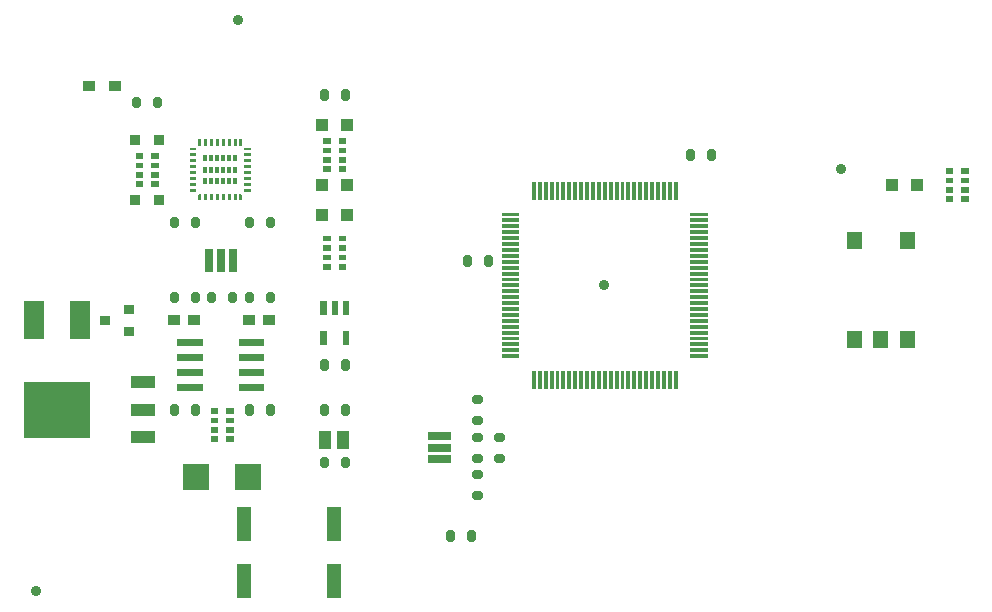
<source format=gtp>
G04 EAGLE Gerber RS-274X export*
G75*
%MOMM*%
%FSLAX34Y34*%
%LPD*%
%INSolderpaste Top*%
%IPPOS*%
%AMOC8*
5,1,8,0,0,1.08239X$1,22.5*%
G01*
G04 Define Apertures*
%ADD10R,1.260000X2.860000*%
%ADD11R,1.080000X1.080000*%
%ADD12R,2.160000X2.160000*%
%ADD13C,0.914400*%
%ADD14R,5.660000X4.860000*%
%ADD15R,1.500000X0.900000*%
%ADD16R,2.113281X1.097281*%
%ADD17R,1.980000X3.380000*%
%ADD18C,0.630678*%
%ADD19C,0.050863*%
%ADD20R,1.000000X0.900000*%
%ADD21R,1.710000X3.210000*%
%ADD22C,0.021259*%
%ADD23C,0.043200*%
%ADD24R,1.051562X1.483363*%
%ADD25R,0.300000X0.600000*%
%ADD26C,0.037800*%
%ADD27R,1.100000X0.900000*%
%ADD28R,0.900000X0.900000*%
%ADD29C,0.049409*%
%ADD30C,0.075600*%
%ADD31C,0.044550*%
G36*
X157122Y369758D02*
X162638Y369758D01*
X162638Y367242D01*
X157122Y367242D01*
X157122Y369758D01*
G37*
G36*
X157122Y374758D02*
X162638Y374758D01*
X162638Y372242D01*
X157122Y372242D01*
X157122Y374758D01*
G37*
G36*
X157122Y379758D02*
X162638Y379758D01*
X162638Y377242D01*
X157122Y377242D01*
X157122Y379758D01*
G37*
G36*
X157122Y384758D02*
X162638Y384758D01*
X162638Y382242D01*
X157122Y382242D01*
X157122Y384758D01*
G37*
G36*
X157122Y389758D02*
X162638Y389758D01*
X162638Y387242D01*
X157122Y387242D01*
X157122Y389758D01*
G37*
G36*
X157122Y394758D02*
X162638Y394758D01*
X162638Y392242D01*
X157122Y392242D01*
X157122Y394758D01*
G37*
G36*
X169122Y360758D02*
X171638Y360758D01*
X171638Y355242D01*
X169122Y355242D01*
X169122Y360758D01*
G37*
G36*
X169122Y406758D02*
X171638Y406758D01*
X171638Y401242D01*
X169122Y401242D01*
X169122Y406758D01*
G37*
G36*
X174122Y360758D02*
X176638Y360758D01*
X176638Y355242D01*
X174122Y355242D01*
X174122Y360758D01*
G37*
G36*
X174122Y406758D02*
X176638Y406758D01*
X176638Y401242D01*
X174122Y401242D01*
X174122Y406758D01*
G37*
G36*
X179122Y360758D02*
X181638Y360758D01*
X181638Y355242D01*
X179122Y355242D01*
X179122Y360758D01*
G37*
G36*
X179122Y406758D02*
X181638Y406758D01*
X181638Y401242D01*
X179122Y401242D01*
X179122Y406758D01*
G37*
G36*
X184122Y360758D02*
X186638Y360758D01*
X186638Y355242D01*
X184122Y355242D01*
X184122Y360758D01*
G37*
G36*
X184122Y406758D02*
X186638Y406758D01*
X186638Y401242D01*
X184122Y401242D01*
X184122Y406758D01*
G37*
G36*
X189122Y360758D02*
X191638Y360758D01*
X191638Y355242D01*
X189122Y355242D01*
X189122Y360758D01*
G37*
G36*
X189122Y406758D02*
X191638Y406758D01*
X191638Y401242D01*
X189122Y401242D01*
X189122Y406758D01*
G37*
G36*
X194122Y360758D02*
X196638Y360758D01*
X196638Y355242D01*
X194122Y355242D01*
X194122Y360758D01*
G37*
G36*
X194122Y406758D02*
X196638Y406758D01*
X196638Y401242D01*
X194122Y401242D01*
X194122Y406758D01*
G37*
G36*
X203122Y369758D02*
X208638Y369758D01*
X208638Y367242D01*
X203122Y367242D01*
X203122Y369758D01*
G37*
G36*
X203122Y374758D02*
X208638Y374758D01*
X208638Y372242D01*
X203122Y372242D01*
X203122Y374758D01*
G37*
G36*
X203122Y379758D02*
X208638Y379758D01*
X208638Y377242D01*
X203122Y377242D01*
X203122Y379758D01*
G37*
G36*
X203122Y384758D02*
X208638Y384758D01*
X208638Y382242D01*
X203122Y382242D01*
X203122Y384758D01*
G37*
G36*
X203122Y389758D02*
X208638Y389758D01*
X208638Y387242D01*
X203122Y387242D01*
X203122Y389758D01*
G37*
G36*
X203122Y394758D02*
X208638Y394758D01*
X208638Y392242D01*
X203122Y392242D01*
X203122Y394758D01*
G37*
G36*
X157122Y364758D02*
X162638Y364758D01*
X162638Y363040D01*
X161840Y362242D01*
X157122Y362242D01*
X157122Y364758D01*
G37*
G36*
X161840Y399758D02*
X162638Y398960D01*
X162638Y397242D01*
X157122Y397242D01*
X157122Y399758D01*
X161840Y399758D01*
G37*
G36*
X164920Y360758D02*
X166638Y360758D01*
X166638Y355242D01*
X164122Y355242D01*
X164122Y359960D01*
X164920Y360758D01*
G37*
G36*
X164122Y406758D02*
X166638Y406758D01*
X166638Y401242D01*
X164920Y401242D01*
X164122Y402040D01*
X164122Y406758D01*
G37*
G36*
X200840Y360758D02*
X201638Y359960D01*
X201638Y355242D01*
X199122Y355242D01*
X199122Y360758D01*
X200840Y360758D01*
G37*
G36*
X199122Y406758D02*
X201638Y406758D01*
X201638Y402040D01*
X200840Y401242D01*
X199122Y401242D01*
X199122Y406758D01*
G37*
G36*
X203122Y364758D02*
X208638Y364758D01*
X208638Y362242D01*
X203920Y362242D01*
X203122Y363040D01*
X203122Y364758D01*
G37*
G36*
X203920Y399758D02*
X208638Y399758D01*
X208638Y397242D01*
X203122Y397242D01*
X203122Y398960D01*
X203920Y399758D01*
G37*
D10*
X203200Y33150D03*
X203200Y81150D03*
X279400Y33150D03*
X279400Y81150D03*
D11*
X751500Y368300D03*
X772500Y368300D03*
D12*
X206150Y120650D03*
X162150Y120650D03*
D13*
X708406Y381922D03*
X26670Y24130D03*
X198120Y508000D03*
D14*
X44850Y177800D03*
D15*
X117850Y155000D03*
X117850Y200600D03*
D16*
X117348Y154686D03*
X117348Y177800D03*
X117348Y200914D03*
D17*
X55370Y177800D03*
D18*
X271400Y442602D02*
X271400Y446398D01*
X271400Y442602D02*
X269620Y442602D01*
X269620Y446398D01*
X271400Y446398D01*
X289180Y446398D02*
X289180Y442602D01*
X287400Y442602D01*
X287400Y446398D01*
X289180Y446398D01*
X408450Y306088D02*
X408450Y302292D01*
X408450Y306088D02*
X410230Y306088D01*
X410230Y302292D01*
X408450Y302292D01*
X390670Y302292D02*
X390670Y306088D01*
X392450Y306088D01*
X392450Y302292D01*
X390670Y302292D01*
X144400Y179698D02*
X144400Y175902D01*
X142620Y175902D01*
X142620Y179698D01*
X144400Y179698D01*
X162180Y179698D02*
X162180Y175902D01*
X160400Y175902D01*
X160400Y179698D01*
X162180Y179698D01*
D19*
X421008Y342222D02*
X434992Y342222D01*
X421008Y342222D02*
X421008Y344706D01*
X434992Y344706D01*
X434992Y342222D01*
X434992Y342706D02*
X421008Y342706D01*
X421008Y343190D02*
X434992Y343190D01*
X434992Y343674D02*
X421008Y343674D01*
X421008Y344158D02*
X434992Y344158D01*
X434992Y344642D02*
X421008Y344642D01*
X421008Y337222D02*
X434992Y337222D01*
X421008Y337222D02*
X421008Y339706D01*
X434992Y339706D01*
X434992Y337222D01*
X434992Y337706D02*
X421008Y337706D01*
X421008Y338190D02*
X434992Y338190D01*
X434992Y338674D02*
X421008Y338674D01*
X421008Y339158D02*
X434992Y339158D01*
X434992Y339642D02*
X421008Y339642D01*
X421008Y332222D02*
X434992Y332222D01*
X421008Y332222D02*
X421008Y334706D01*
X434992Y334706D01*
X434992Y332222D01*
X434992Y332706D02*
X421008Y332706D01*
X421008Y333190D02*
X434992Y333190D01*
X434992Y333674D02*
X421008Y333674D01*
X421008Y334158D02*
X434992Y334158D01*
X434992Y334642D02*
X421008Y334642D01*
X421008Y327222D02*
X434992Y327222D01*
X421008Y327222D02*
X421008Y329706D01*
X434992Y329706D01*
X434992Y327222D01*
X434992Y327706D02*
X421008Y327706D01*
X421008Y328190D02*
X434992Y328190D01*
X434992Y328674D02*
X421008Y328674D01*
X421008Y329158D02*
X434992Y329158D01*
X434992Y329642D02*
X421008Y329642D01*
X421008Y322222D02*
X434992Y322222D01*
X421008Y322222D02*
X421008Y324706D01*
X434992Y324706D01*
X434992Y322222D01*
X434992Y322706D02*
X421008Y322706D01*
X421008Y323190D02*
X434992Y323190D01*
X434992Y323674D02*
X421008Y323674D01*
X421008Y324158D02*
X434992Y324158D01*
X434992Y324642D02*
X421008Y324642D01*
X421008Y317222D02*
X434992Y317222D01*
X421008Y317222D02*
X421008Y319706D01*
X434992Y319706D01*
X434992Y317222D01*
X434992Y317706D02*
X421008Y317706D01*
X421008Y318190D02*
X434992Y318190D01*
X434992Y318674D02*
X421008Y318674D01*
X421008Y319158D02*
X434992Y319158D01*
X434992Y319642D02*
X421008Y319642D01*
X421008Y312222D02*
X434992Y312222D01*
X421008Y312222D02*
X421008Y314706D01*
X434992Y314706D01*
X434992Y312222D01*
X434992Y312706D02*
X421008Y312706D01*
X421008Y313190D02*
X434992Y313190D01*
X434992Y313674D02*
X421008Y313674D01*
X421008Y314158D02*
X434992Y314158D01*
X434992Y314642D02*
X421008Y314642D01*
X421008Y307222D02*
X434992Y307222D01*
X421008Y307222D02*
X421008Y309706D01*
X434992Y309706D01*
X434992Y307222D01*
X434992Y307706D02*
X421008Y307706D01*
X421008Y308190D02*
X434992Y308190D01*
X434992Y308674D02*
X421008Y308674D01*
X421008Y309158D02*
X434992Y309158D01*
X434992Y309642D02*
X421008Y309642D01*
X421008Y302222D02*
X434992Y302222D01*
X421008Y302222D02*
X421008Y304706D01*
X434992Y304706D01*
X434992Y302222D01*
X434992Y302706D02*
X421008Y302706D01*
X421008Y303190D02*
X434992Y303190D01*
X434992Y303674D02*
X421008Y303674D01*
X421008Y304158D02*
X434992Y304158D01*
X434992Y304642D02*
X421008Y304642D01*
X421008Y297222D02*
X434992Y297222D01*
X421008Y297222D02*
X421008Y299706D01*
X434992Y299706D01*
X434992Y297222D01*
X434992Y297706D02*
X421008Y297706D01*
X421008Y298190D02*
X434992Y298190D01*
X434992Y298674D02*
X421008Y298674D01*
X421008Y299158D02*
X434992Y299158D01*
X434992Y299642D02*
X421008Y299642D01*
X421008Y292222D02*
X434992Y292222D01*
X421008Y292222D02*
X421008Y294706D01*
X434992Y294706D01*
X434992Y292222D01*
X434992Y292706D02*
X421008Y292706D01*
X421008Y293190D02*
X434992Y293190D01*
X434992Y293674D02*
X421008Y293674D01*
X421008Y294158D02*
X434992Y294158D01*
X434992Y294642D02*
X421008Y294642D01*
X421008Y287222D02*
X434992Y287222D01*
X421008Y287222D02*
X421008Y289706D01*
X434992Y289706D01*
X434992Y287222D01*
X434992Y287706D02*
X421008Y287706D01*
X421008Y288190D02*
X434992Y288190D01*
X434992Y288674D02*
X421008Y288674D01*
X421008Y289158D02*
X434992Y289158D01*
X434992Y289642D02*
X421008Y289642D01*
X421008Y282222D02*
X434992Y282222D01*
X421008Y282222D02*
X421008Y284706D01*
X434992Y284706D01*
X434992Y282222D01*
X434992Y282706D02*
X421008Y282706D01*
X421008Y283190D02*
X434992Y283190D01*
X434992Y283674D02*
X421008Y283674D01*
X421008Y284158D02*
X434992Y284158D01*
X434992Y284642D02*
X421008Y284642D01*
X421008Y277222D02*
X434992Y277222D01*
X421008Y277222D02*
X421008Y279706D01*
X434992Y279706D01*
X434992Y277222D01*
X434992Y277706D02*
X421008Y277706D01*
X421008Y278190D02*
X434992Y278190D01*
X434992Y278674D02*
X421008Y278674D01*
X421008Y279158D02*
X434992Y279158D01*
X434992Y279642D02*
X421008Y279642D01*
X421008Y272222D02*
X434992Y272222D01*
X421008Y272222D02*
X421008Y274706D01*
X434992Y274706D01*
X434992Y272222D01*
X434992Y272706D02*
X421008Y272706D01*
X421008Y273190D02*
X434992Y273190D01*
X434992Y273674D02*
X421008Y273674D01*
X421008Y274158D02*
X434992Y274158D01*
X434992Y274642D02*
X421008Y274642D01*
X421008Y267222D02*
X434992Y267222D01*
X421008Y267222D02*
X421008Y269706D01*
X434992Y269706D01*
X434992Y267222D01*
X434992Y267706D02*
X421008Y267706D01*
X421008Y268190D02*
X434992Y268190D01*
X434992Y268674D02*
X421008Y268674D01*
X421008Y269158D02*
X434992Y269158D01*
X434992Y269642D02*
X421008Y269642D01*
X421008Y262222D02*
X434992Y262222D01*
X421008Y262222D02*
X421008Y264706D01*
X434992Y264706D01*
X434992Y262222D01*
X434992Y262706D02*
X421008Y262706D01*
X421008Y263190D02*
X434992Y263190D01*
X434992Y263674D02*
X421008Y263674D01*
X421008Y264158D02*
X434992Y264158D01*
X434992Y264642D02*
X421008Y264642D01*
X421008Y257222D02*
X434992Y257222D01*
X421008Y257222D02*
X421008Y259706D01*
X434992Y259706D01*
X434992Y257222D01*
X434992Y257706D02*
X421008Y257706D01*
X421008Y258190D02*
X434992Y258190D01*
X434992Y258674D02*
X421008Y258674D01*
X421008Y259158D02*
X434992Y259158D01*
X434992Y259642D02*
X421008Y259642D01*
X421008Y252222D02*
X434992Y252222D01*
X421008Y252222D02*
X421008Y254706D01*
X434992Y254706D01*
X434992Y252222D01*
X434992Y252706D02*
X421008Y252706D01*
X421008Y253190D02*
X434992Y253190D01*
X434992Y253674D02*
X421008Y253674D01*
X421008Y254158D02*
X434992Y254158D01*
X434992Y254642D02*
X421008Y254642D01*
X421008Y247222D02*
X434992Y247222D01*
X421008Y247222D02*
X421008Y249706D01*
X434992Y249706D01*
X434992Y247222D01*
X434992Y247706D02*
X421008Y247706D01*
X421008Y248190D02*
X434992Y248190D01*
X434992Y248674D02*
X421008Y248674D01*
X421008Y249158D02*
X434992Y249158D01*
X434992Y249642D02*
X421008Y249642D01*
X421008Y242222D02*
X434992Y242222D01*
X421008Y242222D02*
X421008Y244706D01*
X434992Y244706D01*
X434992Y242222D01*
X434992Y242706D02*
X421008Y242706D01*
X421008Y243190D02*
X434992Y243190D01*
X434992Y243674D02*
X421008Y243674D01*
X421008Y244158D02*
X434992Y244158D01*
X434992Y244642D02*
X421008Y244642D01*
X421008Y237222D02*
X434992Y237222D01*
X421008Y237222D02*
X421008Y239706D01*
X434992Y239706D01*
X434992Y237222D01*
X434992Y237706D02*
X421008Y237706D01*
X421008Y238190D02*
X434992Y238190D01*
X434992Y238674D02*
X421008Y238674D01*
X421008Y239158D02*
X434992Y239158D01*
X434992Y239642D02*
X421008Y239642D01*
X421008Y232222D02*
X434992Y232222D01*
X421008Y232222D02*
X421008Y234706D01*
X434992Y234706D01*
X434992Y232222D01*
X434992Y232706D02*
X421008Y232706D01*
X421008Y233190D02*
X434992Y233190D01*
X434992Y233674D02*
X421008Y233674D01*
X421008Y234158D02*
X434992Y234158D01*
X434992Y234642D02*
X421008Y234642D01*
X421008Y227222D02*
X434992Y227222D01*
X421008Y227222D02*
X421008Y229706D01*
X434992Y229706D01*
X434992Y227222D01*
X434992Y227706D02*
X421008Y227706D01*
X421008Y228190D02*
X434992Y228190D01*
X434992Y228674D02*
X421008Y228674D01*
X421008Y229158D02*
X434992Y229158D01*
X434992Y229642D02*
X421008Y229642D01*
X421008Y222222D02*
X434992Y222222D01*
X421008Y222222D02*
X421008Y224706D01*
X434992Y224706D01*
X434992Y222222D01*
X434992Y222706D02*
X421008Y222706D01*
X421008Y223190D02*
X434992Y223190D01*
X434992Y223674D02*
X421008Y223674D01*
X421008Y224158D02*
X434992Y224158D01*
X434992Y224642D02*
X421008Y224642D01*
X446758Y196472D02*
X449242Y196472D01*
X446758Y196472D02*
X446758Y210456D01*
X449242Y210456D01*
X449242Y196472D01*
X449242Y196956D02*
X446758Y196956D01*
X446758Y197440D02*
X449242Y197440D01*
X449242Y197924D02*
X446758Y197924D01*
X446758Y198408D02*
X449242Y198408D01*
X449242Y198892D02*
X446758Y198892D01*
X446758Y199376D02*
X449242Y199376D01*
X449242Y199860D02*
X446758Y199860D01*
X446758Y200344D02*
X449242Y200344D01*
X449242Y200828D02*
X446758Y200828D01*
X446758Y201312D02*
X449242Y201312D01*
X449242Y201796D02*
X446758Y201796D01*
X446758Y202280D02*
X449242Y202280D01*
X449242Y202764D02*
X446758Y202764D01*
X446758Y203248D02*
X449242Y203248D01*
X449242Y203732D02*
X446758Y203732D01*
X446758Y204216D02*
X449242Y204216D01*
X449242Y204700D02*
X446758Y204700D01*
X446758Y205184D02*
X449242Y205184D01*
X449242Y205668D02*
X446758Y205668D01*
X446758Y206152D02*
X449242Y206152D01*
X449242Y206636D02*
X446758Y206636D01*
X446758Y207120D02*
X449242Y207120D01*
X449242Y207604D02*
X446758Y207604D01*
X446758Y208088D02*
X449242Y208088D01*
X449242Y208572D02*
X446758Y208572D01*
X446758Y209056D02*
X449242Y209056D01*
X449242Y209540D02*
X446758Y209540D01*
X446758Y210024D02*
X449242Y210024D01*
X451758Y196472D02*
X454242Y196472D01*
X451758Y196472D02*
X451758Y210456D01*
X454242Y210456D01*
X454242Y196472D01*
X454242Y196956D02*
X451758Y196956D01*
X451758Y197440D02*
X454242Y197440D01*
X454242Y197924D02*
X451758Y197924D01*
X451758Y198408D02*
X454242Y198408D01*
X454242Y198892D02*
X451758Y198892D01*
X451758Y199376D02*
X454242Y199376D01*
X454242Y199860D02*
X451758Y199860D01*
X451758Y200344D02*
X454242Y200344D01*
X454242Y200828D02*
X451758Y200828D01*
X451758Y201312D02*
X454242Y201312D01*
X454242Y201796D02*
X451758Y201796D01*
X451758Y202280D02*
X454242Y202280D01*
X454242Y202764D02*
X451758Y202764D01*
X451758Y203248D02*
X454242Y203248D01*
X454242Y203732D02*
X451758Y203732D01*
X451758Y204216D02*
X454242Y204216D01*
X454242Y204700D02*
X451758Y204700D01*
X451758Y205184D02*
X454242Y205184D01*
X454242Y205668D02*
X451758Y205668D01*
X451758Y206152D02*
X454242Y206152D01*
X454242Y206636D02*
X451758Y206636D01*
X451758Y207120D02*
X454242Y207120D01*
X454242Y207604D02*
X451758Y207604D01*
X451758Y208088D02*
X454242Y208088D01*
X454242Y208572D02*
X451758Y208572D01*
X451758Y209056D02*
X454242Y209056D01*
X454242Y209540D02*
X451758Y209540D01*
X451758Y210024D02*
X454242Y210024D01*
X456758Y196472D02*
X459242Y196472D01*
X456758Y196472D02*
X456758Y210456D01*
X459242Y210456D01*
X459242Y196472D01*
X459242Y196956D02*
X456758Y196956D01*
X456758Y197440D02*
X459242Y197440D01*
X459242Y197924D02*
X456758Y197924D01*
X456758Y198408D02*
X459242Y198408D01*
X459242Y198892D02*
X456758Y198892D01*
X456758Y199376D02*
X459242Y199376D01*
X459242Y199860D02*
X456758Y199860D01*
X456758Y200344D02*
X459242Y200344D01*
X459242Y200828D02*
X456758Y200828D01*
X456758Y201312D02*
X459242Y201312D01*
X459242Y201796D02*
X456758Y201796D01*
X456758Y202280D02*
X459242Y202280D01*
X459242Y202764D02*
X456758Y202764D01*
X456758Y203248D02*
X459242Y203248D01*
X459242Y203732D02*
X456758Y203732D01*
X456758Y204216D02*
X459242Y204216D01*
X459242Y204700D02*
X456758Y204700D01*
X456758Y205184D02*
X459242Y205184D01*
X459242Y205668D02*
X456758Y205668D01*
X456758Y206152D02*
X459242Y206152D01*
X459242Y206636D02*
X456758Y206636D01*
X456758Y207120D02*
X459242Y207120D01*
X459242Y207604D02*
X456758Y207604D01*
X456758Y208088D02*
X459242Y208088D01*
X459242Y208572D02*
X456758Y208572D01*
X456758Y209056D02*
X459242Y209056D01*
X459242Y209540D02*
X456758Y209540D01*
X456758Y210024D02*
X459242Y210024D01*
X461758Y196472D02*
X464242Y196472D01*
X461758Y196472D02*
X461758Y210456D01*
X464242Y210456D01*
X464242Y196472D01*
X464242Y196956D02*
X461758Y196956D01*
X461758Y197440D02*
X464242Y197440D01*
X464242Y197924D02*
X461758Y197924D01*
X461758Y198408D02*
X464242Y198408D01*
X464242Y198892D02*
X461758Y198892D01*
X461758Y199376D02*
X464242Y199376D01*
X464242Y199860D02*
X461758Y199860D01*
X461758Y200344D02*
X464242Y200344D01*
X464242Y200828D02*
X461758Y200828D01*
X461758Y201312D02*
X464242Y201312D01*
X464242Y201796D02*
X461758Y201796D01*
X461758Y202280D02*
X464242Y202280D01*
X464242Y202764D02*
X461758Y202764D01*
X461758Y203248D02*
X464242Y203248D01*
X464242Y203732D02*
X461758Y203732D01*
X461758Y204216D02*
X464242Y204216D01*
X464242Y204700D02*
X461758Y204700D01*
X461758Y205184D02*
X464242Y205184D01*
X464242Y205668D02*
X461758Y205668D01*
X461758Y206152D02*
X464242Y206152D01*
X464242Y206636D02*
X461758Y206636D01*
X461758Y207120D02*
X464242Y207120D01*
X464242Y207604D02*
X461758Y207604D01*
X461758Y208088D02*
X464242Y208088D01*
X464242Y208572D02*
X461758Y208572D01*
X461758Y209056D02*
X464242Y209056D01*
X464242Y209540D02*
X461758Y209540D01*
X461758Y210024D02*
X464242Y210024D01*
X466758Y196472D02*
X469242Y196472D01*
X466758Y196472D02*
X466758Y210456D01*
X469242Y210456D01*
X469242Y196472D01*
X469242Y196956D02*
X466758Y196956D01*
X466758Y197440D02*
X469242Y197440D01*
X469242Y197924D02*
X466758Y197924D01*
X466758Y198408D02*
X469242Y198408D01*
X469242Y198892D02*
X466758Y198892D01*
X466758Y199376D02*
X469242Y199376D01*
X469242Y199860D02*
X466758Y199860D01*
X466758Y200344D02*
X469242Y200344D01*
X469242Y200828D02*
X466758Y200828D01*
X466758Y201312D02*
X469242Y201312D01*
X469242Y201796D02*
X466758Y201796D01*
X466758Y202280D02*
X469242Y202280D01*
X469242Y202764D02*
X466758Y202764D01*
X466758Y203248D02*
X469242Y203248D01*
X469242Y203732D02*
X466758Y203732D01*
X466758Y204216D02*
X469242Y204216D01*
X469242Y204700D02*
X466758Y204700D01*
X466758Y205184D02*
X469242Y205184D01*
X469242Y205668D02*
X466758Y205668D01*
X466758Y206152D02*
X469242Y206152D01*
X469242Y206636D02*
X466758Y206636D01*
X466758Y207120D02*
X469242Y207120D01*
X469242Y207604D02*
X466758Y207604D01*
X466758Y208088D02*
X469242Y208088D01*
X469242Y208572D02*
X466758Y208572D01*
X466758Y209056D02*
X469242Y209056D01*
X469242Y209540D02*
X466758Y209540D01*
X466758Y210024D02*
X469242Y210024D01*
X471758Y196472D02*
X474242Y196472D01*
X471758Y196472D02*
X471758Y210456D01*
X474242Y210456D01*
X474242Y196472D01*
X474242Y196956D02*
X471758Y196956D01*
X471758Y197440D02*
X474242Y197440D01*
X474242Y197924D02*
X471758Y197924D01*
X471758Y198408D02*
X474242Y198408D01*
X474242Y198892D02*
X471758Y198892D01*
X471758Y199376D02*
X474242Y199376D01*
X474242Y199860D02*
X471758Y199860D01*
X471758Y200344D02*
X474242Y200344D01*
X474242Y200828D02*
X471758Y200828D01*
X471758Y201312D02*
X474242Y201312D01*
X474242Y201796D02*
X471758Y201796D01*
X471758Y202280D02*
X474242Y202280D01*
X474242Y202764D02*
X471758Y202764D01*
X471758Y203248D02*
X474242Y203248D01*
X474242Y203732D02*
X471758Y203732D01*
X471758Y204216D02*
X474242Y204216D01*
X474242Y204700D02*
X471758Y204700D01*
X471758Y205184D02*
X474242Y205184D01*
X474242Y205668D02*
X471758Y205668D01*
X471758Y206152D02*
X474242Y206152D01*
X474242Y206636D02*
X471758Y206636D01*
X471758Y207120D02*
X474242Y207120D01*
X474242Y207604D02*
X471758Y207604D01*
X471758Y208088D02*
X474242Y208088D01*
X474242Y208572D02*
X471758Y208572D01*
X471758Y209056D02*
X474242Y209056D01*
X474242Y209540D02*
X471758Y209540D01*
X471758Y210024D02*
X474242Y210024D01*
X476758Y196472D02*
X479242Y196472D01*
X476758Y196472D02*
X476758Y210456D01*
X479242Y210456D01*
X479242Y196472D01*
X479242Y196956D02*
X476758Y196956D01*
X476758Y197440D02*
X479242Y197440D01*
X479242Y197924D02*
X476758Y197924D01*
X476758Y198408D02*
X479242Y198408D01*
X479242Y198892D02*
X476758Y198892D01*
X476758Y199376D02*
X479242Y199376D01*
X479242Y199860D02*
X476758Y199860D01*
X476758Y200344D02*
X479242Y200344D01*
X479242Y200828D02*
X476758Y200828D01*
X476758Y201312D02*
X479242Y201312D01*
X479242Y201796D02*
X476758Y201796D01*
X476758Y202280D02*
X479242Y202280D01*
X479242Y202764D02*
X476758Y202764D01*
X476758Y203248D02*
X479242Y203248D01*
X479242Y203732D02*
X476758Y203732D01*
X476758Y204216D02*
X479242Y204216D01*
X479242Y204700D02*
X476758Y204700D01*
X476758Y205184D02*
X479242Y205184D01*
X479242Y205668D02*
X476758Y205668D01*
X476758Y206152D02*
X479242Y206152D01*
X479242Y206636D02*
X476758Y206636D01*
X476758Y207120D02*
X479242Y207120D01*
X479242Y207604D02*
X476758Y207604D01*
X476758Y208088D02*
X479242Y208088D01*
X479242Y208572D02*
X476758Y208572D01*
X476758Y209056D02*
X479242Y209056D01*
X479242Y209540D02*
X476758Y209540D01*
X476758Y210024D02*
X479242Y210024D01*
X481758Y196472D02*
X484242Y196472D01*
X481758Y196472D02*
X481758Y210456D01*
X484242Y210456D01*
X484242Y196472D01*
X484242Y196956D02*
X481758Y196956D01*
X481758Y197440D02*
X484242Y197440D01*
X484242Y197924D02*
X481758Y197924D01*
X481758Y198408D02*
X484242Y198408D01*
X484242Y198892D02*
X481758Y198892D01*
X481758Y199376D02*
X484242Y199376D01*
X484242Y199860D02*
X481758Y199860D01*
X481758Y200344D02*
X484242Y200344D01*
X484242Y200828D02*
X481758Y200828D01*
X481758Y201312D02*
X484242Y201312D01*
X484242Y201796D02*
X481758Y201796D01*
X481758Y202280D02*
X484242Y202280D01*
X484242Y202764D02*
X481758Y202764D01*
X481758Y203248D02*
X484242Y203248D01*
X484242Y203732D02*
X481758Y203732D01*
X481758Y204216D02*
X484242Y204216D01*
X484242Y204700D02*
X481758Y204700D01*
X481758Y205184D02*
X484242Y205184D01*
X484242Y205668D02*
X481758Y205668D01*
X481758Y206152D02*
X484242Y206152D01*
X484242Y206636D02*
X481758Y206636D01*
X481758Y207120D02*
X484242Y207120D01*
X484242Y207604D02*
X481758Y207604D01*
X481758Y208088D02*
X484242Y208088D01*
X484242Y208572D02*
X481758Y208572D01*
X481758Y209056D02*
X484242Y209056D01*
X484242Y209540D02*
X481758Y209540D01*
X481758Y210024D02*
X484242Y210024D01*
X486758Y196472D02*
X489242Y196472D01*
X486758Y196472D02*
X486758Y210456D01*
X489242Y210456D01*
X489242Y196472D01*
X489242Y196956D02*
X486758Y196956D01*
X486758Y197440D02*
X489242Y197440D01*
X489242Y197924D02*
X486758Y197924D01*
X486758Y198408D02*
X489242Y198408D01*
X489242Y198892D02*
X486758Y198892D01*
X486758Y199376D02*
X489242Y199376D01*
X489242Y199860D02*
X486758Y199860D01*
X486758Y200344D02*
X489242Y200344D01*
X489242Y200828D02*
X486758Y200828D01*
X486758Y201312D02*
X489242Y201312D01*
X489242Y201796D02*
X486758Y201796D01*
X486758Y202280D02*
X489242Y202280D01*
X489242Y202764D02*
X486758Y202764D01*
X486758Y203248D02*
X489242Y203248D01*
X489242Y203732D02*
X486758Y203732D01*
X486758Y204216D02*
X489242Y204216D01*
X489242Y204700D02*
X486758Y204700D01*
X486758Y205184D02*
X489242Y205184D01*
X489242Y205668D02*
X486758Y205668D01*
X486758Y206152D02*
X489242Y206152D01*
X489242Y206636D02*
X486758Y206636D01*
X486758Y207120D02*
X489242Y207120D01*
X489242Y207604D02*
X486758Y207604D01*
X486758Y208088D02*
X489242Y208088D01*
X489242Y208572D02*
X486758Y208572D01*
X486758Y209056D02*
X489242Y209056D01*
X489242Y209540D02*
X486758Y209540D01*
X486758Y210024D02*
X489242Y210024D01*
X491758Y196472D02*
X494242Y196472D01*
X491758Y196472D02*
X491758Y210456D01*
X494242Y210456D01*
X494242Y196472D01*
X494242Y196956D02*
X491758Y196956D01*
X491758Y197440D02*
X494242Y197440D01*
X494242Y197924D02*
X491758Y197924D01*
X491758Y198408D02*
X494242Y198408D01*
X494242Y198892D02*
X491758Y198892D01*
X491758Y199376D02*
X494242Y199376D01*
X494242Y199860D02*
X491758Y199860D01*
X491758Y200344D02*
X494242Y200344D01*
X494242Y200828D02*
X491758Y200828D01*
X491758Y201312D02*
X494242Y201312D01*
X494242Y201796D02*
X491758Y201796D01*
X491758Y202280D02*
X494242Y202280D01*
X494242Y202764D02*
X491758Y202764D01*
X491758Y203248D02*
X494242Y203248D01*
X494242Y203732D02*
X491758Y203732D01*
X491758Y204216D02*
X494242Y204216D01*
X494242Y204700D02*
X491758Y204700D01*
X491758Y205184D02*
X494242Y205184D01*
X494242Y205668D02*
X491758Y205668D01*
X491758Y206152D02*
X494242Y206152D01*
X494242Y206636D02*
X491758Y206636D01*
X491758Y207120D02*
X494242Y207120D01*
X494242Y207604D02*
X491758Y207604D01*
X491758Y208088D02*
X494242Y208088D01*
X494242Y208572D02*
X491758Y208572D01*
X491758Y209056D02*
X494242Y209056D01*
X494242Y209540D02*
X491758Y209540D01*
X491758Y210024D02*
X494242Y210024D01*
X496758Y196472D02*
X499242Y196472D01*
X496758Y196472D02*
X496758Y210456D01*
X499242Y210456D01*
X499242Y196472D01*
X499242Y196956D02*
X496758Y196956D01*
X496758Y197440D02*
X499242Y197440D01*
X499242Y197924D02*
X496758Y197924D01*
X496758Y198408D02*
X499242Y198408D01*
X499242Y198892D02*
X496758Y198892D01*
X496758Y199376D02*
X499242Y199376D01*
X499242Y199860D02*
X496758Y199860D01*
X496758Y200344D02*
X499242Y200344D01*
X499242Y200828D02*
X496758Y200828D01*
X496758Y201312D02*
X499242Y201312D01*
X499242Y201796D02*
X496758Y201796D01*
X496758Y202280D02*
X499242Y202280D01*
X499242Y202764D02*
X496758Y202764D01*
X496758Y203248D02*
X499242Y203248D01*
X499242Y203732D02*
X496758Y203732D01*
X496758Y204216D02*
X499242Y204216D01*
X499242Y204700D02*
X496758Y204700D01*
X496758Y205184D02*
X499242Y205184D01*
X499242Y205668D02*
X496758Y205668D01*
X496758Y206152D02*
X499242Y206152D01*
X499242Y206636D02*
X496758Y206636D01*
X496758Y207120D02*
X499242Y207120D01*
X499242Y207604D02*
X496758Y207604D01*
X496758Y208088D02*
X499242Y208088D01*
X499242Y208572D02*
X496758Y208572D01*
X496758Y209056D02*
X499242Y209056D01*
X499242Y209540D02*
X496758Y209540D01*
X496758Y210024D02*
X499242Y210024D01*
X501758Y196472D02*
X504242Y196472D01*
X501758Y196472D02*
X501758Y210456D01*
X504242Y210456D01*
X504242Y196472D01*
X504242Y196956D02*
X501758Y196956D01*
X501758Y197440D02*
X504242Y197440D01*
X504242Y197924D02*
X501758Y197924D01*
X501758Y198408D02*
X504242Y198408D01*
X504242Y198892D02*
X501758Y198892D01*
X501758Y199376D02*
X504242Y199376D01*
X504242Y199860D02*
X501758Y199860D01*
X501758Y200344D02*
X504242Y200344D01*
X504242Y200828D02*
X501758Y200828D01*
X501758Y201312D02*
X504242Y201312D01*
X504242Y201796D02*
X501758Y201796D01*
X501758Y202280D02*
X504242Y202280D01*
X504242Y202764D02*
X501758Y202764D01*
X501758Y203248D02*
X504242Y203248D01*
X504242Y203732D02*
X501758Y203732D01*
X501758Y204216D02*
X504242Y204216D01*
X504242Y204700D02*
X501758Y204700D01*
X501758Y205184D02*
X504242Y205184D01*
X504242Y205668D02*
X501758Y205668D01*
X501758Y206152D02*
X504242Y206152D01*
X504242Y206636D02*
X501758Y206636D01*
X501758Y207120D02*
X504242Y207120D01*
X504242Y207604D02*
X501758Y207604D01*
X501758Y208088D02*
X504242Y208088D01*
X504242Y208572D02*
X501758Y208572D01*
X501758Y209056D02*
X504242Y209056D01*
X504242Y209540D02*
X501758Y209540D01*
X501758Y210024D02*
X504242Y210024D01*
X506758Y196472D02*
X509242Y196472D01*
X506758Y196472D02*
X506758Y210456D01*
X509242Y210456D01*
X509242Y196472D01*
X509242Y196956D02*
X506758Y196956D01*
X506758Y197440D02*
X509242Y197440D01*
X509242Y197924D02*
X506758Y197924D01*
X506758Y198408D02*
X509242Y198408D01*
X509242Y198892D02*
X506758Y198892D01*
X506758Y199376D02*
X509242Y199376D01*
X509242Y199860D02*
X506758Y199860D01*
X506758Y200344D02*
X509242Y200344D01*
X509242Y200828D02*
X506758Y200828D01*
X506758Y201312D02*
X509242Y201312D01*
X509242Y201796D02*
X506758Y201796D01*
X506758Y202280D02*
X509242Y202280D01*
X509242Y202764D02*
X506758Y202764D01*
X506758Y203248D02*
X509242Y203248D01*
X509242Y203732D02*
X506758Y203732D01*
X506758Y204216D02*
X509242Y204216D01*
X509242Y204700D02*
X506758Y204700D01*
X506758Y205184D02*
X509242Y205184D01*
X509242Y205668D02*
X506758Y205668D01*
X506758Y206152D02*
X509242Y206152D01*
X509242Y206636D02*
X506758Y206636D01*
X506758Y207120D02*
X509242Y207120D01*
X509242Y207604D02*
X506758Y207604D01*
X506758Y208088D02*
X509242Y208088D01*
X509242Y208572D02*
X506758Y208572D01*
X506758Y209056D02*
X509242Y209056D01*
X509242Y209540D02*
X506758Y209540D01*
X506758Y210024D02*
X509242Y210024D01*
X511758Y196472D02*
X514242Y196472D01*
X511758Y196472D02*
X511758Y210456D01*
X514242Y210456D01*
X514242Y196472D01*
X514242Y196956D02*
X511758Y196956D01*
X511758Y197440D02*
X514242Y197440D01*
X514242Y197924D02*
X511758Y197924D01*
X511758Y198408D02*
X514242Y198408D01*
X514242Y198892D02*
X511758Y198892D01*
X511758Y199376D02*
X514242Y199376D01*
X514242Y199860D02*
X511758Y199860D01*
X511758Y200344D02*
X514242Y200344D01*
X514242Y200828D02*
X511758Y200828D01*
X511758Y201312D02*
X514242Y201312D01*
X514242Y201796D02*
X511758Y201796D01*
X511758Y202280D02*
X514242Y202280D01*
X514242Y202764D02*
X511758Y202764D01*
X511758Y203248D02*
X514242Y203248D01*
X514242Y203732D02*
X511758Y203732D01*
X511758Y204216D02*
X514242Y204216D01*
X514242Y204700D02*
X511758Y204700D01*
X511758Y205184D02*
X514242Y205184D01*
X514242Y205668D02*
X511758Y205668D01*
X511758Y206152D02*
X514242Y206152D01*
X514242Y206636D02*
X511758Y206636D01*
X511758Y207120D02*
X514242Y207120D01*
X514242Y207604D02*
X511758Y207604D01*
X511758Y208088D02*
X514242Y208088D01*
X514242Y208572D02*
X511758Y208572D01*
X511758Y209056D02*
X514242Y209056D01*
X514242Y209540D02*
X511758Y209540D01*
X511758Y210024D02*
X514242Y210024D01*
X516758Y196472D02*
X519242Y196472D01*
X516758Y196472D02*
X516758Y210456D01*
X519242Y210456D01*
X519242Y196472D01*
X519242Y196956D02*
X516758Y196956D01*
X516758Y197440D02*
X519242Y197440D01*
X519242Y197924D02*
X516758Y197924D01*
X516758Y198408D02*
X519242Y198408D01*
X519242Y198892D02*
X516758Y198892D01*
X516758Y199376D02*
X519242Y199376D01*
X519242Y199860D02*
X516758Y199860D01*
X516758Y200344D02*
X519242Y200344D01*
X519242Y200828D02*
X516758Y200828D01*
X516758Y201312D02*
X519242Y201312D01*
X519242Y201796D02*
X516758Y201796D01*
X516758Y202280D02*
X519242Y202280D01*
X519242Y202764D02*
X516758Y202764D01*
X516758Y203248D02*
X519242Y203248D01*
X519242Y203732D02*
X516758Y203732D01*
X516758Y204216D02*
X519242Y204216D01*
X519242Y204700D02*
X516758Y204700D01*
X516758Y205184D02*
X519242Y205184D01*
X519242Y205668D02*
X516758Y205668D01*
X516758Y206152D02*
X519242Y206152D01*
X519242Y206636D02*
X516758Y206636D01*
X516758Y207120D02*
X519242Y207120D01*
X519242Y207604D02*
X516758Y207604D01*
X516758Y208088D02*
X519242Y208088D01*
X519242Y208572D02*
X516758Y208572D01*
X516758Y209056D02*
X519242Y209056D01*
X519242Y209540D02*
X516758Y209540D01*
X516758Y210024D02*
X519242Y210024D01*
X521758Y196472D02*
X524242Y196472D01*
X521758Y196472D02*
X521758Y210456D01*
X524242Y210456D01*
X524242Y196472D01*
X524242Y196956D02*
X521758Y196956D01*
X521758Y197440D02*
X524242Y197440D01*
X524242Y197924D02*
X521758Y197924D01*
X521758Y198408D02*
X524242Y198408D01*
X524242Y198892D02*
X521758Y198892D01*
X521758Y199376D02*
X524242Y199376D01*
X524242Y199860D02*
X521758Y199860D01*
X521758Y200344D02*
X524242Y200344D01*
X524242Y200828D02*
X521758Y200828D01*
X521758Y201312D02*
X524242Y201312D01*
X524242Y201796D02*
X521758Y201796D01*
X521758Y202280D02*
X524242Y202280D01*
X524242Y202764D02*
X521758Y202764D01*
X521758Y203248D02*
X524242Y203248D01*
X524242Y203732D02*
X521758Y203732D01*
X521758Y204216D02*
X524242Y204216D01*
X524242Y204700D02*
X521758Y204700D01*
X521758Y205184D02*
X524242Y205184D01*
X524242Y205668D02*
X521758Y205668D01*
X521758Y206152D02*
X524242Y206152D01*
X524242Y206636D02*
X521758Y206636D01*
X521758Y207120D02*
X524242Y207120D01*
X524242Y207604D02*
X521758Y207604D01*
X521758Y208088D02*
X524242Y208088D01*
X524242Y208572D02*
X521758Y208572D01*
X521758Y209056D02*
X524242Y209056D01*
X524242Y209540D02*
X521758Y209540D01*
X521758Y210024D02*
X524242Y210024D01*
X526758Y196472D02*
X529242Y196472D01*
X526758Y196472D02*
X526758Y210456D01*
X529242Y210456D01*
X529242Y196472D01*
X529242Y196956D02*
X526758Y196956D01*
X526758Y197440D02*
X529242Y197440D01*
X529242Y197924D02*
X526758Y197924D01*
X526758Y198408D02*
X529242Y198408D01*
X529242Y198892D02*
X526758Y198892D01*
X526758Y199376D02*
X529242Y199376D01*
X529242Y199860D02*
X526758Y199860D01*
X526758Y200344D02*
X529242Y200344D01*
X529242Y200828D02*
X526758Y200828D01*
X526758Y201312D02*
X529242Y201312D01*
X529242Y201796D02*
X526758Y201796D01*
X526758Y202280D02*
X529242Y202280D01*
X529242Y202764D02*
X526758Y202764D01*
X526758Y203248D02*
X529242Y203248D01*
X529242Y203732D02*
X526758Y203732D01*
X526758Y204216D02*
X529242Y204216D01*
X529242Y204700D02*
X526758Y204700D01*
X526758Y205184D02*
X529242Y205184D01*
X529242Y205668D02*
X526758Y205668D01*
X526758Y206152D02*
X529242Y206152D01*
X529242Y206636D02*
X526758Y206636D01*
X526758Y207120D02*
X529242Y207120D01*
X529242Y207604D02*
X526758Y207604D01*
X526758Y208088D02*
X529242Y208088D01*
X529242Y208572D02*
X526758Y208572D01*
X526758Y209056D02*
X529242Y209056D01*
X529242Y209540D02*
X526758Y209540D01*
X526758Y210024D02*
X529242Y210024D01*
X531758Y196472D02*
X534242Y196472D01*
X531758Y196472D02*
X531758Y210456D01*
X534242Y210456D01*
X534242Y196472D01*
X534242Y196956D02*
X531758Y196956D01*
X531758Y197440D02*
X534242Y197440D01*
X534242Y197924D02*
X531758Y197924D01*
X531758Y198408D02*
X534242Y198408D01*
X534242Y198892D02*
X531758Y198892D01*
X531758Y199376D02*
X534242Y199376D01*
X534242Y199860D02*
X531758Y199860D01*
X531758Y200344D02*
X534242Y200344D01*
X534242Y200828D02*
X531758Y200828D01*
X531758Y201312D02*
X534242Y201312D01*
X534242Y201796D02*
X531758Y201796D01*
X531758Y202280D02*
X534242Y202280D01*
X534242Y202764D02*
X531758Y202764D01*
X531758Y203248D02*
X534242Y203248D01*
X534242Y203732D02*
X531758Y203732D01*
X531758Y204216D02*
X534242Y204216D01*
X534242Y204700D02*
X531758Y204700D01*
X531758Y205184D02*
X534242Y205184D01*
X534242Y205668D02*
X531758Y205668D01*
X531758Y206152D02*
X534242Y206152D01*
X534242Y206636D02*
X531758Y206636D01*
X531758Y207120D02*
X534242Y207120D01*
X534242Y207604D02*
X531758Y207604D01*
X531758Y208088D02*
X534242Y208088D01*
X534242Y208572D02*
X531758Y208572D01*
X531758Y209056D02*
X534242Y209056D01*
X534242Y209540D02*
X531758Y209540D01*
X531758Y210024D02*
X534242Y210024D01*
X536758Y196472D02*
X539242Y196472D01*
X536758Y196472D02*
X536758Y210456D01*
X539242Y210456D01*
X539242Y196472D01*
X539242Y196956D02*
X536758Y196956D01*
X536758Y197440D02*
X539242Y197440D01*
X539242Y197924D02*
X536758Y197924D01*
X536758Y198408D02*
X539242Y198408D01*
X539242Y198892D02*
X536758Y198892D01*
X536758Y199376D02*
X539242Y199376D01*
X539242Y199860D02*
X536758Y199860D01*
X536758Y200344D02*
X539242Y200344D01*
X539242Y200828D02*
X536758Y200828D01*
X536758Y201312D02*
X539242Y201312D01*
X539242Y201796D02*
X536758Y201796D01*
X536758Y202280D02*
X539242Y202280D01*
X539242Y202764D02*
X536758Y202764D01*
X536758Y203248D02*
X539242Y203248D01*
X539242Y203732D02*
X536758Y203732D01*
X536758Y204216D02*
X539242Y204216D01*
X539242Y204700D02*
X536758Y204700D01*
X536758Y205184D02*
X539242Y205184D01*
X539242Y205668D02*
X536758Y205668D01*
X536758Y206152D02*
X539242Y206152D01*
X539242Y206636D02*
X536758Y206636D01*
X536758Y207120D02*
X539242Y207120D01*
X539242Y207604D02*
X536758Y207604D01*
X536758Y208088D02*
X539242Y208088D01*
X539242Y208572D02*
X536758Y208572D01*
X536758Y209056D02*
X539242Y209056D01*
X539242Y209540D02*
X536758Y209540D01*
X536758Y210024D02*
X539242Y210024D01*
X541758Y196472D02*
X544242Y196472D01*
X541758Y196472D02*
X541758Y210456D01*
X544242Y210456D01*
X544242Y196472D01*
X544242Y196956D02*
X541758Y196956D01*
X541758Y197440D02*
X544242Y197440D01*
X544242Y197924D02*
X541758Y197924D01*
X541758Y198408D02*
X544242Y198408D01*
X544242Y198892D02*
X541758Y198892D01*
X541758Y199376D02*
X544242Y199376D01*
X544242Y199860D02*
X541758Y199860D01*
X541758Y200344D02*
X544242Y200344D01*
X544242Y200828D02*
X541758Y200828D01*
X541758Y201312D02*
X544242Y201312D01*
X544242Y201796D02*
X541758Y201796D01*
X541758Y202280D02*
X544242Y202280D01*
X544242Y202764D02*
X541758Y202764D01*
X541758Y203248D02*
X544242Y203248D01*
X544242Y203732D02*
X541758Y203732D01*
X541758Y204216D02*
X544242Y204216D01*
X544242Y204700D02*
X541758Y204700D01*
X541758Y205184D02*
X544242Y205184D01*
X544242Y205668D02*
X541758Y205668D01*
X541758Y206152D02*
X544242Y206152D01*
X544242Y206636D02*
X541758Y206636D01*
X541758Y207120D02*
X544242Y207120D01*
X544242Y207604D02*
X541758Y207604D01*
X541758Y208088D02*
X544242Y208088D01*
X544242Y208572D02*
X541758Y208572D01*
X541758Y209056D02*
X544242Y209056D01*
X544242Y209540D02*
X541758Y209540D01*
X541758Y210024D02*
X544242Y210024D01*
X546758Y196472D02*
X549242Y196472D01*
X546758Y196472D02*
X546758Y210456D01*
X549242Y210456D01*
X549242Y196472D01*
X549242Y196956D02*
X546758Y196956D01*
X546758Y197440D02*
X549242Y197440D01*
X549242Y197924D02*
X546758Y197924D01*
X546758Y198408D02*
X549242Y198408D01*
X549242Y198892D02*
X546758Y198892D01*
X546758Y199376D02*
X549242Y199376D01*
X549242Y199860D02*
X546758Y199860D01*
X546758Y200344D02*
X549242Y200344D01*
X549242Y200828D02*
X546758Y200828D01*
X546758Y201312D02*
X549242Y201312D01*
X549242Y201796D02*
X546758Y201796D01*
X546758Y202280D02*
X549242Y202280D01*
X549242Y202764D02*
X546758Y202764D01*
X546758Y203248D02*
X549242Y203248D01*
X549242Y203732D02*
X546758Y203732D01*
X546758Y204216D02*
X549242Y204216D01*
X549242Y204700D02*
X546758Y204700D01*
X546758Y205184D02*
X549242Y205184D01*
X549242Y205668D02*
X546758Y205668D01*
X546758Y206152D02*
X549242Y206152D01*
X549242Y206636D02*
X546758Y206636D01*
X546758Y207120D02*
X549242Y207120D01*
X549242Y207604D02*
X546758Y207604D01*
X546758Y208088D02*
X549242Y208088D01*
X549242Y208572D02*
X546758Y208572D01*
X546758Y209056D02*
X549242Y209056D01*
X549242Y209540D02*
X546758Y209540D01*
X546758Y210024D02*
X549242Y210024D01*
X551758Y196472D02*
X554242Y196472D01*
X551758Y196472D02*
X551758Y210456D01*
X554242Y210456D01*
X554242Y196472D01*
X554242Y196956D02*
X551758Y196956D01*
X551758Y197440D02*
X554242Y197440D01*
X554242Y197924D02*
X551758Y197924D01*
X551758Y198408D02*
X554242Y198408D01*
X554242Y198892D02*
X551758Y198892D01*
X551758Y199376D02*
X554242Y199376D01*
X554242Y199860D02*
X551758Y199860D01*
X551758Y200344D02*
X554242Y200344D01*
X554242Y200828D02*
X551758Y200828D01*
X551758Y201312D02*
X554242Y201312D01*
X554242Y201796D02*
X551758Y201796D01*
X551758Y202280D02*
X554242Y202280D01*
X554242Y202764D02*
X551758Y202764D01*
X551758Y203248D02*
X554242Y203248D01*
X554242Y203732D02*
X551758Y203732D01*
X551758Y204216D02*
X554242Y204216D01*
X554242Y204700D02*
X551758Y204700D01*
X551758Y205184D02*
X554242Y205184D01*
X554242Y205668D02*
X551758Y205668D01*
X551758Y206152D02*
X554242Y206152D01*
X554242Y206636D02*
X551758Y206636D01*
X551758Y207120D02*
X554242Y207120D01*
X554242Y207604D02*
X551758Y207604D01*
X551758Y208088D02*
X554242Y208088D01*
X554242Y208572D02*
X551758Y208572D01*
X551758Y209056D02*
X554242Y209056D01*
X554242Y209540D02*
X551758Y209540D01*
X551758Y210024D02*
X554242Y210024D01*
X556758Y196472D02*
X559242Y196472D01*
X556758Y196472D02*
X556758Y210456D01*
X559242Y210456D01*
X559242Y196472D01*
X559242Y196956D02*
X556758Y196956D01*
X556758Y197440D02*
X559242Y197440D01*
X559242Y197924D02*
X556758Y197924D01*
X556758Y198408D02*
X559242Y198408D01*
X559242Y198892D02*
X556758Y198892D01*
X556758Y199376D02*
X559242Y199376D01*
X559242Y199860D02*
X556758Y199860D01*
X556758Y200344D02*
X559242Y200344D01*
X559242Y200828D02*
X556758Y200828D01*
X556758Y201312D02*
X559242Y201312D01*
X559242Y201796D02*
X556758Y201796D01*
X556758Y202280D02*
X559242Y202280D01*
X559242Y202764D02*
X556758Y202764D01*
X556758Y203248D02*
X559242Y203248D01*
X559242Y203732D02*
X556758Y203732D01*
X556758Y204216D02*
X559242Y204216D01*
X559242Y204700D02*
X556758Y204700D01*
X556758Y205184D02*
X559242Y205184D01*
X559242Y205668D02*
X556758Y205668D01*
X556758Y206152D02*
X559242Y206152D01*
X559242Y206636D02*
X556758Y206636D01*
X556758Y207120D02*
X559242Y207120D01*
X559242Y207604D02*
X556758Y207604D01*
X556758Y208088D02*
X559242Y208088D01*
X559242Y208572D02*
X556758Y208572D01*
X556758Y209056D02*
X559242Y209056D01*
X559242Y209540D02*
X556758Y209540D01*
X556758Y210024D02*
X559242Y210024D01*
X561758Y196472D02*
X564242Y196472D01*
X561758Y196472D02*
X561758Y210456D01*
X564242Y210456D01*
X564242Y196472D01*
X564242Y196956D02*
X561758Y196956D01*
X561758Y197440D02*
X564242Y197440D01*
X564242Y197924D02*
X561758Y197924D01*
X561758Y198408D02*
X564242Y198408D01*
X564242Y198892D02*
X561758Y198892D01*
X561758Y199376D02*
X564242Y199376D01*
X564242Y199860D02*
X561758Y199860D01*
X561758Y200344D02*
X564242Y200344D01*
X564242Y200828D02*
X561758Y200828D01*
X561758Y201312D02*
X564242Y201312D01*
X564242Y201796D02*
X561758Y201796D01*
X561758Y202280D02*
X564242Y202280D01*
X564242Y202764D02*
X561758Y202764D01*
X561758Y203248D02*
X564242Y203248D01*
X564242Y203732D02*
X561758Y203732D01*
X561758Y204216D02*
X564242Y204216D01*
X564242Y204700D02*
X561758Y204700D01*
X561758Y205184D02*
X564242Y205184D01*
X564242Y205668D02*
X561758Y205668D01*
X561758Y206152D02*
X564242Y206152D01*
X564242Y206636D02*
X561758Y206636D01*
X561758Y207120D02*
X564242Y207120D01*
X564242Y207604D02*
X561758Y207604D01*
X561758Y208088D02*
X564242Y208088D01*
X564242Y208572D02*
X561758Y208572D01*
X561758Y209056D02*
X564242Y209056D01*
X564242Y209540D02*
X561758Y209540D01*
X561758Y210024D02*
X564242Y210024D01*
X566758Y196472D02*
X569242Y196472D01*
X566758Y196472D02*
X566758Y210456D01*
X569242Y210456D01*
X569242Y196472D01*
X569242Y196956D02*
X566758Y196956D01*
X566758Y197440D02*
X569242Y197440D01*
X569242Y197924D02*
X566758Y197924D01*
X566758Y198408D02*
X569242Y198408D01*
X569242Y198892D02*
X566758Y198892D01*
X566758Y199376D02*
X569242Y199376D01*
X569242Y199860D02*
X566758Y199860D01*
X566758Y200344D02*
X569242Y200344D01*
X569242Y200828D02*
X566758Y200828D01*
X566758Y201312D02*
X569242Y201312D01*
X569242Y201796D02*
X566758Y201796D01*
X566758Y202280D02*
X569242Y202280D01*
X569242Y202764D02*
X566758Y202764D01*
X566758Y203248D02*
X569242Y203248D01*
X569242Y203732D02*
X566758Y203732D01*
X566758Y204216D02*
X569242Y204216D01*
X569242Y204700D02*
X566758Y204700D01*
X566758Y205184D02*
X569242Y205184D01*
X569242Y205668D02*
X566758Y205668D01*
X566758Y206152D02*
X569242Y206152D01*
X569242Y206636D02*
X566758Y206636D01*
X566758Y207120D02*
X569242Y207120D01*
X569242Y207604D02*
X566758Y207604D01*
X566758Y208088D02*
X569242Y208088D01*
X569242Y208572D02*
X566758Y208572D01*
X566758Y209056D02*
X569242Y209056D01*
X569242Y209540D02*
X566758Y209540D01*
X566758Y210024D02*
X569242Y210024D01*
X581008Y222222D02*
X594992Y222222D01*
X581008Y222222D02*
X581008Y224706D01*
X594992Y224706D01*
X594992Y222222D01*
X594992Y222706D02*
X581008Y222706D01*
X581008Y223190D02*
X594992Y223190D01*
X594992Y223674D02*
X581008Y223674D01*
X581008Y224158D02*
X594992Y224158D01*
X594992Y224642D02*
X581008Y224642D01*
X581008Y227222D02*
X594992Y227222D01*
X581008Y227222D02*
X581008Y229706D01*
X594992Y229706D01*
X594992Y227222D01*
X594992Y227706D02*
X581008Y227706D01*
X581008Y228190D02*
X594992Y228190D01*
X594992Y228674D02*
X581008Y228674D01*
X581008Y229158D02*
X594992Y229158D01*
X594992Y229642D02*
X581008Y229642D01*
X581008Y232222D02*
X594992Y232222D01*
X581008Y232222D02*
X581008Y234706D01*
X594992Y234706D01*
X594992Y232222D01*
X594992Y232706D02*
X581008Y232706D01*
X581008Y233190D02*
X594992Y233190D01*
X594992Y233674D02*
X581008Y233674D01*
X581008Y234158D02*
X594992Y234158D01*
X594992Y234642D02*
X581008Y234642D01*
X581008Y237222D02*
X594992Y237222D01*
X581008Y237222D02*
X581008Y239706D01*
X594992Y239706D01*
X594992Y237222D01*
X594992Y237706D02*
X581008Y237706D01*
X581008Y238190D02*
X594992Y238190D01*
X594992Y238674D02*
X581008Y238674D01*
X581008Y239158D02*
X594992Y239158D01*
X594992Y239642D02*
X581008Y239642D01*
X581008Y242222D02*
X594992Y242222D01*
X581008Y242222D02*
X581008Y244706D01*
X594992Y244706D01*
X594992Y242222D01*
X594992Y242706D02*
X581008Y242706D01*
X581008Y243190D02*
X594992Y243190D01*
X594992Y243674D02*
X581008Y243674D01*
X581008Y244158D02*
X594992Y244158D01*
X594992Y244642D02*
X581008Y244642D01*
X581008Y247222D02*
X594992Y247222D01*
X581008Y247222D02*
X581008Y249706D01*
X594992Y249706D01*
X594992Y247222D01*
X594992Y247706D02*
X581008Y247706D01*
X581008Y248190D02*
X594992Y248190D01*
X594992Y248674D02*
X581008Y248674D01*
X581008Y249158D02*
X594992Y249158D01*
X594992Y249642D02*
X581008Y249642D01*
X581008Y252222D02*
X594992Y252222D01*
X581008Y252222D02*
X581008Y254706D01*
X594992Y254706D01*
X594992Y252222D01*
X594992Y252706D02*
X581008Y252706D01*
X581008Y253190D02*
X594992Y253190D01*
X594992Y253674D02*
X581008Y253674D01*
X581008Y254158D02*
X594992Y254158D01*
X594992Y254642D02*
X581008Y254642D01*
X581008Y257222D02*
X594992Y257222D01*
X581008Y257222D02*
X581008Y259706D01*
X594992Y259706D01*
X594992Y257222D01*
X594992Y257706D02*
X581008Y257706D01*
X581008Y258190D02*
X594992Y258190D01*
X594992Y258674D02*
X581008Y258674D01*
X581008Y259158D02*
X594992Y259158D01*
X594992Y259642D02*
X581008Y259642D01*
X581008Y262222D02*
X594992Y262222D01*
X581008Y262222D02*
X581008Y264706D01*
X594992Y264706D01*
X594992Y262222D01*
X594992Y262706D02*
X581008Y262706D01*
X581008Y263190D02*
X594992Y263190D01*
X594992Y263674D02*
X581008Y263674D01*
X581008Y264158D02*
X594992Y264158D01*
X594992Y264642D02*
X581008Y264642D01*
X581008Y267222D02*
X594992Y267222D01*
X581008Y267222D02*
X581008Y269706D01*
X594992Y269706D01*
X594992Y267222D01*
X594992Y267706D02*
X581008Y267706D01*
X581008Y268190D02*
X594992Y268190D01*
X594992Y268674D02*
X581008Y268674D01*
X581008Y269158D02*
X594992Y269158D01*
X594992Y269642D02*
X581008Y269642D01*
X581008Y272222D02*
X594992Y272222D01*
X581008Y272222D02*
X581008Y274706D01*
X594992Y274706D01*
X594992Y272222D01*
X594992Y272706D02*
X581008Y272706D01*
X581008Y273190D02*
X594992Y273190D01*
X594992Y273674D02*
X581008Y273674D01*
X581008Y274158D02*
X594992Y274158D01*
X594992Y274642D02*
X581008Y274642D01*
X581008Y277222D02*
X594992Y277222D01*
X581008Y277222D02*
X581008Y279706D01*
X594992Y279706D01*
X594992Y277222D01*
X594992Y277706D02*
X581008Y277706D01*
X581008Y278190D02*
X594992Y278190D01*
X594992Y278674D02*
X581008Y278674D01*
X581008Y279158D02*
X594992Y279158D01*
X594992Y279642D02*
X581008Y279642D01*
X581008Y282222D02*
X594992Y282222D01*
X581008Y282222D02*
X581008Y284706D01*
X594992Y284706D01*
X594992Y282222D01*
X594992Y282706D02*
X581008Y282706D01*
X581008Y283190D02*
X594992Y283190D01*
X594992Y283674D02*
X581008Y283674D01*
X581008Y284158D02*
X594992Y284158D01*
X594992Y284642D02*
X581008Y284642D01*
X581008Y287222D02*
X594992Y287222D01*
X581008Y287222D02*
X581008Y289706D01*
X594992Y289706D01*
X594992Y287222D01*
X594992Y287706D02*
X581008Y287706D01*
X581008Y288190D02*
X594992Y288190D01*
X594992Y288674D02*
X581008Y288674D01*
X581008Y289158D02*
X594992Y289158D01*
X594992Y289642D02*
X581008Y289642D01*
X581008Y292222D02*
X594992Y292222D01*
X581008Y292222D02*
X581008Y294706D01*
X594992Y294706D01*
X594992Y292222D01*
X594992Y292706D02*
X581008Y292706D01*
X581008Y293190D02*
X594992Y293190D01*
X594992Y293674D02*
X581008Y293674D01*
X581008Y294158D02*
X594992Y294158D01*
X594992Y294642D02*
X581008Y294642D01*
X581008Y297222D02*
X594992Y297222D01*
X581008Y297222D02*
X581008Y299706D01*
X594992Y299706D01*
X594992Y297222D01*
X594992Y297706D02*
X581008Y297706D01*
X581008Y298190D02*
X594992Y298190D01*
X594992Y298674D02*
X581008Y298674D01*
X581008Y299158D02*
X594992Y299158D01*
X594992Y299642D02*
X581008Y299642D01*
X581008Y302222D02*
X594992Y302222D01*
X581008Y302222D02*
X581008Y304706D01*
X594992Y304706D01*
X594992Y302222D01*
X594992Y302706D02*
X581008Y302706D01*
X581008Y303190D02*
X594992Y303190D01*
X594992Y303674D02*
X581008Y303674D01*
X581008Y304158D02*
X594992Y304158D01*
X594992Y304642D02*
X581008Y304642D01*
X581008Y307222D02*
X594992Y307222D01*
X581008Y307222D02*
X581008Y309706D01*
X594992Y309706D01*
X594992Y307222D01*
X594992Y307706D02*
X581008Y307706D01*
X581008Y308190D02*
X594992Y308190D01*
X594992Y308674D02*
X581008Y308674D01*
X581008Y309158D02*
X594992Y309158D01*
X594992Y309642D02*
X581008Y309642D01*
X581008Y312222D02*
X594992Y312222D01*
X581008Y312222D02*
X581008Y314706D01*
X594992Y314706D01*
X594992Y312222D01*
X594992Y312706D02*
X581008Y312706D01*
X581008Y313190D02*
X594992Y313190D01*
X594992Y313674D02*
X581008Y313674D01*
X581008Y314158D02*
X594992Y314158D01*
X594992Y314642D02*
X581008Y314642D01*
X581008Y317222D02*
X594992Y317222D01*
X581008Y317222D02*
X581008Y319706D01*
X594992Y319706D01*
X594992Y317222D01*
X594992Y317706D02*
X581008Y317706D01*
X581008Y318190D02*
X594992Y318190D01*
X594992Y318674D02*
X581008Y318674D01*
X581008Y319158D02*
X594992Y319158D01*
X594992Y319642D02*
X581008Y319642D01*
X581008Y322222D02*
X594992Y322222D01*
X581008Y322222D02*
X581008Y324706D01*
X594992Y324706D01*
X594992Y322222D01*
X594992Y322706D02*
X581008Y322706D01*
X581008Y323190D02*
X594992Y323190D01*
X594992Y323674D02*
X581008Y323674D01*
X581008Y324158D02*
X594992Y324158D01*
X594992Y324642D02*
X581008Y324642D01*
X581008Y327222D02*
X594992Y327222D01*
X581008Y327222D02*
X581008Y329706D01*
X594992Y329706D01*
X594992Y327222D01*
X594992Y327706D02*
X581008Y327706D01*
X581008Y328190D02*
X594992Y328190D01*
X594992Y328674D02*
X581008Y328674D01*
X581008Y329158D02*
X594992Y329158D01*
X594992Y329642D02*
X581008Y329642D01*
X581008Y332222D02*
X594992Y332222D01*
X581008Y332222D02*
X581008Y334706D01*
X594992Y334706D01*
X594992Y332222D01*
X594992Y332706D02*
X581008Y332706D01*
X581008Y333190D02*
X594992Y333190D01*
X594992Y333674D02*
X581008Y333674D01*
X581008Y334158D02*
X594992Y334158D01*
X594992Y334642D02*
X581008Y334642D01*
X581008Y337222D02*
X594992Y337222D01*
X581008Y337222D02*
X581008Y339706D01*
X594992Y339706D01*
X594992Y337222D01*
X594992Y337706D02*
X581008Y337706D01*
X581008Y338190D02*
X594992Y338190D01*
X594992Y338674D02*
X581008Y338674D01*
X581008Y339158D02*
X594992Y339158D01*
X594992Y339642D02*
X581008Y339642D01*
X581008Y342222D02*
X594992Y342222D01*
X581008Y342222D02*
X581008Y344706D01*
X594992Y344706D01*
X594992Y342222D01*
X594992Y342706D02*
X581008Y342706D01*
X581008Y343190D02*
X594992Y343190D01*
X594992Y343674D02*
X581008Y343674D01*
X581008Y344158D02*
X594992Y344158D01*
X594992Y344642D02*
X581008Y344642D01*
X569242Y356472D02*
X566758Y356472D01*
X566758Y370456D01*
X569242Y370456D01*
X569242Y356472D01*
X569242Y356956D02*
X566758Y356956D01*
X566758Y357440D02*
X569242Y357440D01*
X569242Y357924D02*
X566758Y357924D01*
X566758Y358408D02*
X569242Y358408D01*
X569242Y358892D02*
X566758Y358892D01*
X566758Y359376D02*
X569242Y359376D01*
X569242Y359860D02*
X566758Y359860D01*
X566758Y360344D02*
X569242Y360344D01*
X569242Y360828D02*
X566758Y360828D01*
X566758Y361312D02*
X569242Y361312D01*
X569242Y361796D02*
X566758Y361796D01*
X566758Y362280D02*
X569242Y362280D01*
X569242Y362764D02*
X566758Y362764D01*
X566758Y363248D02*
X569242Y363248D01*
X569242Y363732D02*
X566758Y363732D01*
X566758Y364216D02*
X569242Y364216D01*
X569242Y364700D02*
X566758Y364700D01*
X566758Y365184D02*
X569242Y365184D01*
X569242Y365668D02*
X566758Y365668D01*
X566758Y366152D02*
X569242Y366152D01*
X569242Y366636D02*
X566758Y366636D01*
X566758Y367120D02*
X569242Y367120D01*
X569242Y367604D02*
X566758Y367604D01*
X566758Y368088D02*
X569242Y368088D01*
X569242Y368572D02*
X566758Y368572D01*
X566758Y369056D02*
X569242Y369056D01*
X569242Y369540D02*
X566758Y369540D01*
X566758Y370024D02*
X569242Y370024D01*
X564242Y356472D02*
X561758Y356472D01*
X561758Y370456D01*
X564242Y370456D01*
X564242Y356472D01*
X564242Y356956D02*
X561758Y356956D01*
X561758Y357440D02*
X564242Y357440D01*
X564242Y357924D02*
X561758Y357924D01*
X561758Y358408D02*
X564242Y358408D01*
X564242Y358892D02*
X561758Y358892D01*
X561758Y359376D02*
X564242Y359376D01*
X564242Y359860D02*
X561758Y359860D01*
X561758Y360344D02*
X564242Y360344D01*
X564242Y360828D02*
X561758Y360828D01*
X561758Y361312D02*
X564242Y361312D01*
X564242Y361796D02*
X561758Y361796D01*
X561758Y362280D02*
X564242Y362280D01*
X564242Y362764D02*
X561758Y362764D01*
X561758Y363248D02*
X564242Y363248D01*
X564242Y363732D02*
X561758Y363732D01*
X561758Y364216D02*
X564242Y364216D01*
X564242Y364700D02*
X561758Y364700D01*
X561758Y365184D02*
X564242Y365184D01*
X564242Y365668D02*
X561758Y365668D01*
X561758Y366152D02*
X564242Y366152D01*
X564242Y366636D02*
X561758Y366636D01*
X561758Y367120D02*
X564242Y367120D01*
X564242Y367604D02*
X561758Y367604D01*
X561758Y368088D02*
X564242Y368088D01*
X564242Y368572D02*
X561758Y368572D01*
X561758Y369056D02*
X564242Y369056D01*
X564242Y369540D02*
X561758Y369540D01*
X561758Y370024D02*
X564242Y370024D01*
X559242Y356472D02*
X556758Y356472D01*
X556758Y370456D01*
X559242Y370456D01*
X559242Y356472D01*
X559242Y356956D02*
X556758Y356956D01*
X556758Y357440D02*
X559242Y357440D01*
X559242Y357924D02*
X556758Y357924D01*
X556758Y358408D02*
X559242Y358408D01*
X559242Y358892D02*
X556758Y358892D01*
X556758Y359376D02*
X559242Y359376D01*
X559242Y359860D02*
X556758Y359860D01*
X556758Y360344D02*
X559242Y360344D01*
X559242Y360828D02*
X556758Y360828D01*
X556758Y361312D02*
X559242Y361312D01*
X559242Y361796D02*
X556758Y361796D01*
X556758Y362280D02*
X559242Y362280D01*
X559242Y362764D02*
X556758Y362764D01*
X556758Y363248D02*
X559242Y363248D01*
X559242Y363732D02*
X556758Y363732D01*
X556758Y364216D02*
X559242Y364216D01*
X559242Y364700D02*
X556758Y364700D01*
X556758Y365184D02*
X559242Y365184D01*
X559242Y365668D02*
X556758Y365668D01*
X556758Y366152D02*
X559242Y366152D01*
X559242Y366636D02*
X556758Y366636D01*
X556758Y367120D02*
X559242Y367120D01*
X559242Y367604D02*
X556758Y367604D01*
X556758Y368088D02*
X559242Y368088D01*
X559242Y368572D02*
X556758Y368572D01*
X556758Y369056D02*
X559242Y369056D01*
X559242Y369540D02*
X556758Y369540D01*
X556758Y370024D02*
X559242Y370024D01*
X554242Y356472D02*
X551758Y356472D01*
X551758Y370456D01*
X554242Y370456D01*
X554242Y356472D01*
X554242Y356956D02*
X551758Y356956D01*
X551758Y357440D02*
X554242Y357440D01*
X554242Y357924D02*
X551758Y357924D01*
X551758Y358408D02*
X554242Y358408D01*
X554242Y358892D02*
X551758Y358892D01*
X551758Y359376D02*
X554242Y359376D01*
X554242Y359860D02*
X551758Y359860D01*
X551758Y360344D02*
X554242Y360344D01*
X554242Y360828D02*
X551758Y360828D01*
X551758Y361312D02*
X554242Y361312D01*
X554242Y361796D02*
X551758Y361796D01*
X551758Y362280D02*
X554242Y362280D01*
X554242Y362764D02*
X551758Y362764D01*
X551758Y363248D02*
X554242Y363248D01*
X554242Y363732D02*
X551758Y363732D01*
X551758Y364216D02*
X554242Y364216D01*
X554242Y364700D02*
X551758Y364700D01*
X551758Y365184D02*
X554242Y365184D01*
X554242Y365668D02*
X551758Y365668D01*
X551758Y366152D02*
X554242Y366152D01*
X554242Y366636D02*
X551758Y366636D01*
X551758Y367120D02*
X554242Y367120D01*
X554242Y367604D02*
X551758Y367604D01*
X551758Y368088D02*
X554242Y368088D01*
X554242Y368572D02*
X551758Y368572D01*
X551758Y369056D02*
X554242Y369056D01*
X554242Y369540D02*
X551758Y369540D01*
X551758Y370024D02*
X554242Y370024D01*
X549242Y356472D02*
X546758Y356472D01*
X546758Y370456D01*
X549242Y370456D01*
X549242Y356472D01*
X549242Y356956D02*
X546758Y356956D01*
X546758Y357440D02*
X549242Y357440D01*
X549242Y357924D02*
X546758Y357924D01*
X546758Y358408D02*
X549242Y358408D01*
X549242Y358892D02*
X546758Y358892D01*
X546758Y359376D02*
X549242Y359376D01*
X549242Y359860D02*
X546758Y359860D01*
X546758Y360344D02*
X549242Y360344D01*
X549242Y360828D02*
X546758Y360828D01*
X546758Y361312D02*
X549242Y361312D01*
X549242Y361796D02*
X546758Y361796D01*
X546758Y362280D02*
X549242Y362280D01*
X549242Y362764D02*
X546758Y362764D01*
X546758Y363248D02*
X549242Y363248D01*
X549242Y363732D02*
X546758Y363732D01*
X546758Y364216D02*
X549242Y364216D01*
X549242Y364700D02*
X546758Y364700D01*
X546758Y365184D02*
X549242Y365184D01*
X549242Y365668D02*
X546758Y365668D01*
X546758Y366152D02*
X549242Y366152D01*
X549242Y366636D02*
X546758Y366636D01*
X546758Y367120D02*
X549242Y367120D01*
X549242Y367604D02*
X546758Y367604D01*
X546758Y368088D02*
X549242Y368088D01*
X549242Y368572D02*
X546758Y368572D01*
X546758Y369056D02*
X549242Y369056D01*
X549242Y369540D02*
X546758Y369540D01*
X546758Y370024D02*
X549242Y370024D01*
X544242Y356472D02*
X541758Y356472D01*
X541758Y370456D01*
X544242Y370456D01*
X544242Y356472D01*
X544242Y356956D02*
X541758Y356956D01*
X541758Y357440D02*
X544242Y357440D01*
X544242Y357924D02*
X541758Y357924D01*
X541758Y358408D02*
X544242Y358408D01*
X544242Y358892D02*
X541758Y358892D01*
X541758Y359376D02*
X544242Y359376D01*
X544242Y359860D02*
X541758Y359860D01*
X541758Y360344D02*
X544242Y360344D01*
X544242Y360828D02*
X541758Y360828D01*
X541758Y361312D02*
X544242Y361312D01*
X544242Y361796D02*
X541758Y361796D01*
X541758Y362280D02*
X544242Y362280D01*
X544242Y362764D02*
X541758Y362764D01*
X541758Y363248D02*
X544242Y363248D01*
X544242Y363732D02*
X541758Y363732D01*
X541758Y364216D02*
X544242Y364216D01*
X544242Y364700D02*
X541758Y364700D01*
X541758Y365184D02*
X544242Y365184D01*
X544242Y365668D02*
X541758Y365668D01*
X541758Y366152D02*
X544242Y366152D01*
X544242Y366636D02*
X541758Y366636D01*
X541758Y367120D02*
X544242Y367120D01*
X544242Y367604D02*
X541758Y367604D01*
X541758Y368088D02*
X544242Y368088D01*
X544242Y368572D02*
X541758Y368572D01*
X541758Y369056D02*
X544242Y369056D01*
X544242Y369540D02*
X541758Y369540D01*
X541758Y370024D02*
X544242Y370024D01*
X539242Y356472D02*
X536758Y356472D01*
X536758Y370456D01*
X539242Y370456D01*
X539242Y356472D01*
X539242Y356956D02*
X536758Y356956D01*
X536758Y357440D02*
X539242Y357440D01*
X539242Y357924D02*
X536758Y357924D01*
X536758Y358408D02*
X539242Y358408D01*
X539242Y358892D02*
X536758Y358892D01*
X536758Y359376D02*
X539242Y359376D01*
X539242Y359860D02*
X536758Y359860D01*
X536758Y360344D02*
X539242Y360344D01*
X539242Y360828D02*
X536758Y360828D01*
X536758Y361312D02*
X539242Y361312D01*
X539242Y361796D02*
X536758Y361796D01*
X536758Y362280D02*
X539242Y362280D01*
X539242Y362764D02*
X536758Y362764D01*
X536758Y363248D02*
X539242Y363248D01*
X539242Y363732D02*
X536758Y363732D01*
X536758Y364216D02*
X539242Y364216D01*
X539242Y364700D02*
X536758Y364700D01*
X536758Y365184D02*
X539242Y365184D01*
X539242Y365668D02*
X536758Y365668D01*
X536758Y366152D02*
X539242Y366152D01*
X539242Y366636D02*
X536758Y366636D01*
X536758Y367120D02*
X539242Y367120D01*
X539242Y367604D02*
X536758Y367604D01*
X536758Y368088D02*
X539242Y368088D01*
X539242Y368572D02*
X536758Y368572D01*
X536758Y369056D02*
X539242Y369056D01*
X539242Y369540D02*
X536758Y369540D01*
X536758Y370024D02*
X539242Y370024D01*
X534242Y356472D02*
X531758Y356472D01*
X531758Y370456D01*
X534242Y370456D01*
X534242Y356472D01*
X534242Y356956D02*
X531758Y356956D01*
X531758Y357440D02*
X534242Y357440D01*
X534242Y357924D02*
X531758Y357924D01*
X531758Y358408D02*
X534242Y358408D01*
X534242Y358892D02*
X531758Y358892D01*
X531758Y359376D02*
X534242Y359376D01*
X534242Y359860D02*
X531758Y359860D01*
X531758Y360344D02*
X534242Y360344D01*
X534242Y360828D02*
X531758Y360828D01*
X531758Y361312D02*
X534242Y361312D01*
X534242Y361796D02*
X531758Y361796D01*
X531758Y362280D02*
X534242Y362280D01*
X534242Y362764D02*
X531758Y362764D01*
X531758Y363248D02*
X534242Y363248D01*
X534242Y363732D02*
X531758Y363732D01*
X531758Y364216D02*
X534242Y364216D01*
X534242Y364700D02*
X531758Y364700D01*
X531758Y365184D02*
X534242Y365184D01*
X534242Y365668D02*
X531758Y365668D01*
X531758Y366152D02*
X534242Y366152D01*
X534242Y366636D02*
X531758Y366636D01*
X531758Y367120D02*
X534242Y367120D01*
X534242Y367604D02*
X531758Y367604D01*
X531758Y368088D02*
X534242Y368088D01*
X534242Y368572D02*
X531758Y368572D01*
X531758Y369056D02*
X534242Y369056D01*
X534242Y369540D02*
X531758Y369540D01*
X531758Y370024D02*
X534242Y370024D01*
X529242Y356472D02*
X526758Y356472D01*
X526758Y370456D01*
X529242Y370456D01*
X529242Y356472D01*
X529242Y356956D02*
X526758Y356956D01*
X526758Y357440D02*
X529242Y357440D01*
X529242Y357924D02*
X526758Y357924D01*
X526758Y358408D02*
X529242Y358408D01*
X529242Y358892D02*
X526758Y358892D01*
X526758Y359376D02*
X529242Y359376D01*
X529242Y359860D02*
X526758Y359860D01*
X526758Y360344D02*
X529242Y360344D01*
X529242Y360828D02*
X526758Y360828D01*
X526758Y361312D02*
X529242Y361312D01*
X529242Y361796D02*
X526758Y361796D01*
X526758Y362280D02*
X529242Y362280D01*
X529242Y362764D02*
X526758Y362764D01*
X526758Y363248D02*
X529242Y363248D01*
X529242Y363732D02*
X526758Y363732D01*
X526758Y364216D02*
X529242Y364216D01*
X529242Y364700D02*
X526758Y364700D01*
X526758Y365184D02*
X529242Y365184D01*
X529242Y365668D02*
X526758Y365668D01*
X526758Y366152D02*
X529242Y366152D01*
X529242Y366636D02*
X526758Y366636D01*
X526758Y367120D02*
X529242Y367120D01*
X529242Y367604D02*
X526758Y367604D01*
X526758Y368088D02*
X529242Y368088D01*
X529242Y368572D02*
X526758Y368572D01*
X526758Y369056D02*
X529242Y369056D01*
X529242Y369540D02*
X526758Y369540D01*
X526758Y370024D02*
X529242Y370024D01*
X524242Y356472D02*
X521758Y356472D01*
X521758Y370456D01*
X524242Y370456D01*
X524242Y356472D01*
X524242Y356956D02*
X521758Y356956D01*
X521758Y357440D02*
X524242Y357440D01*
X524242Y357924D02*
X521758Y357924D01*
X521758Y358408D02*
X524242Y358408D01*
X524242Y358892D02*
X521758Y358892D01*
X521758Y359376D02*
X524242Y359376D01*
X524242Y359860D02*
X521758Y359860D01*
X521758Y360344D02*
X524242Y360344D01*
X524242Y360828D02*
X521758Y360828D01*
X521758Y361312D02*
X524242Y361312D01*
X524242Y361796D02*
X521758Y361796D01*
X521758Y362280D02*
X524242Y362280D01*
X524242Y362764D02*
X521758Y362764D01*
X521758Y363248D02*
X524242Y363248D01*
X524242Y363732D02*
X521758Y363732D01*
X521758Y364216D02*
X524242Y364216D01*
X524242Y364700D02*
X521758Y364700D01*
X521758Y365184D02*
X524242Y365184D01*
X524242Y365668D02*
X521758Y365668D01*
X521758Y366152D02*
X524242Y366152D01*
X524242Y366636D02*
X521758Y366636D01*
X521758Y367120D02*
X524242Y367120D01*
X524242Y367604D02*
X521758Y367604D01*
X521758Y368088D02*
X524242Y368088D01*
X524242Y368572D02*
X521758Y368572D01*
X521758Y369056D02*
X524242Y369056D01*
X524242Y369540D02*
X521758Y369540D01*
X521758Y370024D02*
X524242Y370024D01*
X519242Y356472D02*
X516758Y356472D01*
X516758Y370456D01*
X519242Y370456D01*
X519242Y356472D01*
X519242Y356956D02*
X516758Y356956D01*
X516758Y357440D02*
X519242Y357440D01*
X519242Y357924D02*
X516758Y357924D01*
X516758Y358408D02*
X519242Y358408D01*
X519242Y358892D02*
X516758Y358892D01*
X516758Y359376D02*
X519242Y359376D01*
X519242Y359860D02*
X516758Y359860D01*
X516758Y360344D02*
X519242Y360344D01*
X519242Y360828D02*
X516758Y360828D01*
X516758Y361312D02*
X519242Y361312D01*
X519242Y361796D02*
X516758Y361796D01*
X516758Y362280D02*
X519242Y362280D01*
X519242Y362764D02*
X516758Y362764D01*
X516758Y363248D02*
X519242Y363248D01*
X519242Y363732D02*
X516758Y363732D01*
X516758Y364216D02*
X519242Y364216D01*
X519242Y364700D02*
X516758Y364700D01*
X516758Y365184D02*
X519242Y365184D01*
X519242Y365668D02*
X516758Y365668D01*
X516758Y366152D02*
X519242Y366152D01*
X519242Y366636D02*
X516758Y366636D01*
X516758Y367120D02*
X519242Y367120D01*
X519242Y367604D02*
X516758Y367604D01*
X516758Y368088D02*
X519242Y368088D01*
X519242Y368572D02*
X516758Y368572D01*
X516758Y369056D02*
X519242Y369056D01*
X519242Y369540D02*
X516758Y369540D01*
X516758Y370024D02*
X519242Y370024D01*
X514242Y356472D02*
X511758Y356472D01*
X511758Y370456D01*
X514242Y370456D01*
X514242Y356472D01*
X514242Y356956D02*
X511758Y356956D01*
X511758Y357440D02*
X514242Y357440D01*
X514242Y357924D02*
X511758Y357924D01*
X511758Y358408D02*
X514242Y358408D01*
X514242Y358892D02*
X511758Y358892D01*
X511758Y359376D02*
X514242Y359376D01*
X514242Y359860D02*
X511758Y359860D01*
X511758Y360344D02*
X514242Y360344D01*
X514242Y360828D02*
X511758Y360828D01*
X511758Y361312D02*
X514242Y361312D01*
X514242Y361796D02*
X511758Y361796D01*
X511758Y362280D02*
X514242Y362280D01*
X514242Y362764D02*
X511758Y362764D01*
X511758Y363248D02*
X514242Y363248D01*
X514242Y363732D02*
X511758Y363732D01*
X511758Y364216D02*
X514242Y364216D01*
X514242Y364700D02*
X511758Y364700D01*
X511758Y365184D02*
X514242Y365184D01*
X514242Y365668D02*
X511758Y365668D01*
X511758Y366152D02*
X514242Y366152D01*
X514242Y366636D02*
X511758Y366636D01*
X511758Y367120D02*
X514242Y367120D01*
X514242Y367604D02*
X511758Y367604D01*
X511758Y368088D02*
X514242Y368088D01*
X514242Y368572D02*
X511758Y368572D01*
X511758Y369056D02*
X514242Y369056D01*
X514242Y369540D02*
X511758Y369540D01*
X511758Y370024D02*
X514242Y370024D01*
X509242Y356472D02*
X506758Y356472D01*
X506758Y370456D01*
X509242Y370456D01*
X509242Y356472D01*
X509242Y356956D02*
X506758Y356956D01*
X506758Y357440D02*
X509242Y357440D01*
X509242Y357924D02*
X506758Y357924D01*
X506758Y358408D02*
X509242Y358408D01*
X509242Y358892D02*
X506758Y358892D01*
X506758Y359376D02*
X509242Y359376D01*
X509242Y359860D02*
X506758Y359860D01*
X506758Y360344D02*
X509242Y360344D01*
X509242Y360828D02*
X506758Y360828D01*
X506758Y361312D02*
X509242Y361312D01*
X509242Y361796D02*
X506758Y361796D01*
X506758Y362280D02*
X509242Y362280D01*
X509242Y362764D02*
X506758Y362764D01*
X506758Y363248D02*
X509242Y363248D01*
X509242Y363732D02*
X506758Y363732D01*
X506758Y364216D02*
X509242Y364216D01*
X509242Y364700D02*
X506758Y364700D01*
X506758Y365184D02*
X509242Y365184D01*
X509242Y365668D02*
X506758Y365668D01*
X506758Y366152D02*
X509242Y366152D01*
X509242Y366636D02*
X506758Y366636D01*
X506758Y367120D02*
X509242Y367120D01*
X509242Y367604D02*
X506758Y367604D01*
X506758Y368088D02*
X509242Y368088D01*
X509242Y368572D02*
X506758Y368572D01*
X506758Y369056D02*
X509242Y369056D01*
X509242Y369540D02*
X506758Y369540D01*
X506758Y370024D02*
X509242Y370024D01*
X504242Y356472D02*
X501758Y356472D01*
X501758Y370456D01*
X504242Y370456D01*
X504242Y356472D01*
X504242Y356956D02*
X501758Y356956D01*
X501758Y357440D02*
X504242Y357440D01*
X504242Y357924D02*
X501758Y357924D01*
X501758Y358408D02*
X504242Y358408D01*
X504242Y358892D02*
X501758Y358892D01*
X501758Y359376D02*
X504242Y359376D01*
X504242Y359860D02*
X501758Y359860D01*
X501758Y360344D02*
X504242Y360344D01*
X504242Y360828D02*
X501758Y360828D01*
X501758Y361312D02*
X504242Y361312D01*
X504242Y361796D02*
X501758Y361796D01*
X501758Y362280D02*
X504242Y362280D01*
X504242Y362764D02*
X501758Y362764D01*
X501758Y363248D02*
X504242Y363248D01*
X504242Y363732D02*
X501758Y363732D01*
X501758Y364216D02*
X504242Y364216D01*
X504242Y364700D02*
X501758Y364700D01*
X501758Y365184D02*
X504242Y365184D01*
X504242Y365668D02*
X501758Y365668D01*
X501758Y366152D02*
X504242Y366152D01*
X504242Y366636D02*
X501758Y366636D01*
X501758Y367120D02*
X504242Y367120D01*
X504242Y367604D02*
X501758Y367604D01*
X501758Y368088D02*
X504242Y368088D01*
X504242Y368572D02*
X501758Y368572D01*
X501758Y369056D02*
X504242Y369056D01*
X504242Y369540D02*
X501758Y369540D01*
X501758Y370024D02*
X504242Y370024D01*
X499242Y356472D02*
X496758Y356472D01*
X496758Y370456D01*
X499242Y370456D01*
X499242Y356472D01*
X499242Y356956D02*
X496758Y356956D01*
X496758Y357440D02*
X499242Y357440D01*
X499242Y357924D02*
X496758Y357924D01*
X496758Y358408D02*
X499242Y358408D01*
X499242Y358892D02*
X496758Y358892D01*
X496758Y359376D02*
X499242Y359376D01*
X499242Y359860D02*
X496758Y359860D01*
X496758Y360344D02*
X499242Y360344D01*
X499242Y360828D02*
X496758Y360828D01*
X496758Y361312D02*
X499242Y361312D01*
X499242Y361796D02*
X496758Y361796D01*
X496758Y362280D02*
X499242Y362280D01*
X499242Y362764D02*
X496758Y362764D01*
X496758Y363248D02*
X499242Y363248D01*
X499242Y363732D02*
X496758Y363732D01*
X496758Y364216D02*
X499242Y364216D01*
X499242Y364700D02*
X496758Y364700D01*
X496758Y365184D02*
X499242Y365184D01*
X499242Y365668D02*
X496758Y365668D01*
X496758Y366152D02*
X499242Y366152D01*
X499242Y366636D02*
X496758Y366636D01*
X496758Y367120D02*
X499242Y367120D01*
X499242Y367604D02*
X496758Y367604D01*
X496758Y368088D02*
X499242Y368088D01*
X499242Y368572D02*
X496758Y368572D01*
X496758Y369056D02*
X499242Y369056D01*
X499242Y369540D02*
X496758Y369540D01*
X496758Y370024D02*
X499242Y370024D01*
X494242Y356472D02*
X491758Y356472D01*
X491758Y370456D01*
X494242Y370456D01*
X494242Y356472D01*
X494242Y356956D02*
X491758Y356956D01*
X491758Y357440D02*
X494242Y357440D01*
X494242Y357924D02*
X491758Y357924D01*
X491758Y358408D02*
X494242Y358408D01*
X494242Y358892D02*
X491758Y358892D01*
X491758Y359376D02*
X494242Y359376D01*
X494242Y359860D02*
X491758Y359860D01*
X491758Y360344D02*
X494242Y360344D01*
X494242Y360828D02*
X491758Y360828D01*
X491758Y361312D02*
X494242Y361312D01*
X494242Y361796D02*
X491758Y361796D01*
X491758Y362280D02*
X494242Y362280D01*
X494242Y362764D02*
X491758Y362764D01*
X491758Y363248D02*
X494242Y363248D01*
X494242Y363732D02*
X491758Y363732D01*
X491758Y364216D02*
X494242Y364216D01*
X494242Y364700D02*
X491758Y364700D01*
X491758Y365184D02*
X494242Y365184D01*
X494242Y365668D02*
X491758Y365668D01*
X491758Y366152D02*
X494242Y366152D01*
X494242Y366636D02*
X491758Y366636D01*
X491758Y367120D02*
X494242Y367120D01*
X494242Y367604D02*
X491758Y367604D01*
X491758Y368088D02*
X494242Y368088D01*
X494242Y368572D02*
X491758Y368572D01*
X491758Y369056D02*
X494242Y369056D01*
X494242Y369540D02*
X491758Y369540D01*
X491758Y370024D02*
X494242Y370024D01*
X489242Y356472D02*
X486758Y356472D01*
X486758Y370456D01*
X489242Y370456D01*
X489242Y356472D01*
X489242Y356956D02*
X486758Y356956D01*
X486758Y357440D02*
X489242Y357440D01*
X489242Y357924D02*
X486758Y357924D01*
X486758Y358408D02*
X489242Y358408D01*
X489242Y358892D02*
X486758Y358892D01*
X486758Y359376D02*
X489242Y359376D01*
X489242Y359860D02*
X486758Y359860D01*
X486758Y360344D02*
X489242Y360344D01*
X489242Y360828D02*
X486758Y360828D01*
X486758Y361312D02*
X489242Y361312D01*
X489242Y361796D02*
X486758Y361796D01*
X486758Y362280D02*
X489242Y362280D01*
X489242Y362764D02*
X486758Y362764D01*
X486758Y363248D02*
X489242Y363248D01*
X489242Y363732D02*
X486758Y363732D01*
X486758Y364216D02*
X489242Y364216D01*
X489242Y364700D02*
X486758Y364700D01*
X486758Y365184D02*
X489242Y365184D01*
X489242Y365668D02*
X486758Y365668D01*
X486758Y366152D02*
X489242Y366152D01*
X489242Y366636D02*
X486758Y366636D01*
X486758Y367120D02*
X489242Y367120D01*
X489242Y367604D02*
X486758Y367604D01*
X486758Y368088D02*
X489242Y368088D01*
X489242Y368572D02*
X486758Y368572D01*
X486758Y369056D02*
X489242Y369056D01*
X489242Y369540D02*
X486758Y369540D01*
X486758Y370024D02*
X489242Y370024D01*
X484242Y356472D02*
X481758Y356472D01*
X481758Y370456D01*
X484242Y370456D01*
X484242Y356472D01*
X484242Y356956D02*
X481758Y356956D01*
X481758Y357440D02*
X484242Y357440D01*
X484242Y357924D02*
X481758Y357924D01*
X481758Y358408D02*
X484242Y358408D01*
X484242Y358892D02*
X481758Y358892D01*
X481758Y359376D02*
X484242Y359376D01*
X484242Y359860D02*
X481758Y359860D01*
X481758Y360344D02*
X484242Y360344D01*
X484242Y360828D02*
X481758Y360828D01*
X481758Y361312D02*
X484242Y361312D01*
X484242Y361796D02*
X481758Y361796D01*
X481758Y362280D02*
X484242Y362280D01*
X484242Y362764D02*
X481758Y362764D01*
X481758Y363248D02*
X484242Y363248D01*
X484242Y363732D02*
X481758Y363732D01*
X481758Y364216D02*
X484242Y364216D01*
X484242Y364700D02*
X481758Y364700D01*
X481758Y365184D02*
X484242Y365184D01*
X484242Y365668D02*
X481758Y365668D01*
X481758Y366152D02*
X484242Y366152D01*
X484242Y366636D02*
X481758Y366636D01*
X481758Y367120D02*
X484242Y367120D01*
X484242Y367604D02*
X481758Y367604D01*
X481758Y368088D02*
X484242Y368088D01*
X484242Y368572D02*
X481758Y368572D01*
X481758Y369056D02*
X484242Y369056D01*
X484242Y369540D02*
X481758Y369540D01*
X481758Y370024D02*
X484242Y370024D01*
X479242Y356472D02*
X476758Y356472D01*
X476758Y370456D01*
X479242Y370456D01*
X479242Y356472D01*
X479242Y356956D02*
X476758Y356956D01*
X476758Y357440D02*
X479242Y357440D01*
X479242Y357924D02*
X476758Y357924D01*
X476758Y358408D02*
X479242Y358408D01*
X479242Y358892D02*
X476758Y358892D01*
X476758Y359376D02*
X479242Y359376D01*
X479242Y359860D02*
X476758Y359860D01*
X476758Y360344D02*
X479242Y360344D01*
X479242Y360828D02*
X476758Y360828D01*
X476758Y361312D02*
X479242Y361312D01*
X479242Y361796D02*
X476758Y361796D01*
X476758Y362280D02*
X479242Y362280D01*
X479242Y362764D02*
X476758Y362764D01*
X476758Y363248D02*
X479242Y363248D01*
X479242Y363732D02*
X476758Y363732D01*
X476758Y364216D02*
X479242Y364216D01*
X479242Y364700D02*
X476758Y364700D01*
X476758Y365184D02*
X479242Y365184D01*
X479242Y365668D02*
X476758Y365668D01*
X476758Y366152D02*
X479242Y366152D01*
X479242Y366636D02*
X476758Y366636D01*
X476758Y367120D02*
X479242Y367120D01*
X479242Y367604D02*
X476758Y367604D01*
X476758Y368088D02*
X479242Y368088D01*
X479242Y368572D02*
X476758Y368572D01*
X476758Y369056D02*
X479242Y369056D01*
X479242Y369540D02*
X476758Y369540D01*
X476758Y370024D02*
X479242Y370024D01*
X474242Y356472D02*
X471758Y356472D01*
X471758Y370456D01*
X474242Y370456D01*
X474242Y356472D01*
X474242Y356956D02*
X471758Y356956D01*
X471758Y357440D02*
X474242Y357440D01*
X474242Y357924D02*
X471758Y357924D01*
X471758Y358408D02*
X474242Y358408D01*
X474242Y358892D02*
X471758Y358892D01*
X471758Y359376D02*
X474242Y359376D01*
X474242Y359860D02*
X471758Y359860D01*
X471758Y360344D02*
X474242Y360344D01*
X474242Y360828D02*
X471758Y360828D01*
X471758Y361312D02*
X474242Y361312D01*
X474242Y361796D02*
X471758Y361796D01*
X471758Y362280D02*
X474242Y362280D01*
X474242Y362764D02*
X471758Y362764D01*
X471758Y363248D02*
X474242Y363248D01*
X474242Y363732D02*
X471758Y363732D01*
X471758Y364216D02*
X474242Y364216D01*
X474242Y364700D02*
X471758Y364700D01*
X471758Y365184D02*
X474242Y365184D01*
X474242Y365668D02*
X471758Y365668D01*
X471758Y366152D02*
X474242Y366152D01*
X474242Y366636D02*
X471758Y366636D01*
X471758Y367120D02*
X474242Y367120D01*
X474242Y367604D02*
X471758Y367604D01*
X471758Y368088D02*
X474242Y368088D01*
X474242Y368572D02*
X471758Y368572D01*
X471758Y369056D02*
X474242Y369056D01*
X474242Y369540D02*
X471758Y369540D01*
X471758Y370024D02*
X474242Y370024D01*
X469242Y356472D02*
X466758Y356472D01*
X466758Y370456D01*
X469242Y370456D01*
X469242Y356472D01*
X469242Y356956D02*
X466758Y356956D01*
X466758Y357440D02*
X469242Y357440D01*
X469242Y357924D02*
X466758Y357924D01*
X466758Y358408D02*
X469242Y358408D01*
X469242Y358892D02*
X466758Y358892D01*
X466758Y359376D02*
X469242Y359376D01*
X469242Y359860D02*
X466758Y359860D01*
X466758Y360344D02*
X469242Y360344D01*
X469242Y360828D02*
X466758Y360828D01*
X466758Y361312D02*
X469242Y361312D01*
X469242Y361796D02*
X466758Y361796D01*
X466758Y362280D02*
X469242Y362280D01*
X469242Y362764D02*
X466758Y362764D01*
X466758Y363248D02*
X469242Y363248D01*
X469242Y363732D02*
X466758Y363732D01*
X466758Y364216D02*
X469242Y364216D01*
X469242Y364700D02*
X466758Y364700D01*
X466758Y365184D02*
X469242Y365184D01*
X469242Y365668D02*
X466758Y365668D01*
X466758Y366152D02*
X469242Y366152D01*
X469242Y366636D02*
X466758Y366636D01*
X466758Y367120D02*
X469242Y367120D01*
X469242Y367604D02*
X466758Y367604D01*
X466758Y368088D02*
X469242Y368088D01*
X469242Y368572D02*
X466758Y368572D01*
X466758Y369056D02*
X469242Y369056D01*
X469242Y369540D02*
X466758Y369540D01*
X466758Y370024D02*
X469242Y370024D01*
X464242Y356472D02*
X461758Y356472D01*
X461758Y370456D01*
X464242Y370456D01*
X464242Y356472D01*
X464242Y356956D02*
X461758Y356956D01*
X461758Y357440D02*
X464242Y357440D01*
X464242Y357924D02*
X461758Y357924D01*
X461758Y358408D02*
X464242Y358408D01*
X464242Y358892D02*
X461758Y358892D01*
X461758Y359376D02*
X464242Y359376D01*
X464242Y359860D02*
X461758Y359860D01*
X461758Y360344D02*
X464242Y360344D01*
X464242Y360828D02*
X461758Y360828D01*
X461758Y361312D02*
X464242Y361312D01*
X464242Y361796D02*
X461758Y361796D01*
X461758Y362280D02*
X464242Y362280D01*
X464242Y362764D02*
X461758Y362764D01*
X461758Y363248D02*
X464242Y363248D01*
X464242Y363732D02*
X461758Y363732D01*
X461758Y364216D02*
X464242Y364216D01*
X464242Y364700D02*
X461758Y364700D01*
X461758Y365184D02*
X464242Y365184D01*
X464242Y365668D02*
X461758Y365668D01*
X461758Y366152D02*
X464242Y366152D01*
X464242Y366636D02*
X461758Y366636D01*
X461758Y367120D02*
X464242Y367120D01*
X464242Y367604D02*
X461758Y367604D01*
X461758Y368088D02*
X464242Y368088D01*
X464242Y368572D02*
X461758Y368572D01*
X461758Y369056D02*
X464242Y369056D01*
X464242Y369540D02*
X461758Y369540D01*
X461758Y370024D02*
X464242Y370024D01*
X459242Y356472D02*
X456758Y356472D01*
X456758Y370456D01*
X459242Y370456D01*
X459242Y356472D01*
X459242Y356956D02*
X456758Y356956D01*
X456758Y357440D02*
X459242Y357440D01*
X459242Y357924D02*
X456758Y357924D01*
X456758Y358408D02*
X459242Y358408D01*
X459242Y358892D02*
X456758Y358892D01*
X456758Y359376D02*
X459242Y359376D01*
X459242Y359860D02*
X456758Y359860D01*
X456758Y360344D02*
X459242Y360344D01*
X459242Y360828D02*
X456758Y360828D01*
X456758Y361312D02*
X459242Y361312D01*
X459242Y361796D02*
X456758Y361796D01*
X456758Y362280D02*
X459242Y362280D01*
X459242Y362764D02*
X456758Y362764D01*
X456758Y363248D02*
X459242Y363248D01*
X459242Y363732D02*
X456758Y363732D01*
X456758Y364216D02*
X459242Y364216D01*
X459242Y364700D02*
X456758Y364700D01*
X456758Y365184D02*
X459242Y365184D01*
X459242Y365668D02*
X456758Y365668D01*
X456758Y366152D02*
X459242Y366152D01*
X459242Y366636D02*
X456758Y366636D01*
X456758Y367120D02*
X459242Y367120D01*
X459242Y367604D02*
X456758Y367604D01*
X456758Y368088D02*
X459242Y368088D01*
X459242Y368572D02*
X456758Y368572D01*
X456758Y369056D02*
X459242Y369056D01*
X459242Y369540D02*
X456758Y369540D01*
X456758Y370024D02*
X459242Y370024D01*
X454242Y356472D02*
X451758Y356472D01*
X451758Y370456D01*
X454242Y370456D01*
X454242Y356472D01*
X454242Y356956D02*
X451758Y356956D01*
X451758Y357440D02*
X454242Y357440D01*
X454242Y357924D02*
X451758Y357924D01*
X451758Y358408D02*
X454242Y358408D01*
X454242Y358892D02*
X451758Y358892D01*
X451758Y359376D02*
X454242Y359376D01*
X454242Y359860D02*
X451758Y359860D01*
X451758Y360344D02*
X454242Y360344D01*
X454242Y360828D02*
X451758Y360828D01*
X451758Y361312D02*
X454242Y361312D01*
X454242Y361796D02*
X451758Y361796D01*
X451758Y362280D02*
X454242Y362280D01*
X454242Y362764D02*
X451758Y362764D01*
X451758Y363248D02*
X454242Y363248D01*
X454242Y363732D02*
X451758Y363732D01*
X451758Y364216D02*
X454242Y364216D01*
X454242Y364700D02*
X451758Y364700D01*
X451758Y365184D02*
X454242Y365184D01*
X454242Y365668D02*
X451758Y365668D01*
X451758Y366152D02*
X454242Y366152D01*
X454242Y366636D02*
X451758Y366636D01*
X451758Y367120D02*
X454242Y367120D01*
X454242Y367604D02*
X451758Y367604D01*
X451758Y368088D02*
X454242Y368088D01*
X454242Y368572D02*
X451758Y368572D01*
X451758Y369056D02*
X454242Y369056D01*
X454242Y369540D02*
X451758Y369540D01*
X451758Y370024D02*
X454242Y370024D01*
X449242Y356472D02*
X446758Y356472D01*
X446758Y370456D01*
X449242Y370456D01*
X449242Y356472D01*
X449242Y356956D02*
X446758Y356956D01*
X446758Y357440D02*
X449242Y357440D01*
X449242Y357924D02*
X446758Y357924D01*
X446758Y358408D02*
X449242Y358408D01*
X449242Y358892D02*
X446758Y358892D01*
X446758Y359376D02*
X449242Y359376D01*
X449242Y359860D02*
X446758Y359860D01*
X446758Y360344D02*
X449242Y360344D01*
X449242Y360828D02*
X446758Y360828D01*
X446758Y361312D02*
X449242Y361312D01*
X449242Y361796D02*
X446758Y361796D01*
X446758Y362280D02*
X449242Y362280D01*
X449242Y362764D02*
X446758Y362764D01*
X446758Y363248D02*
X449242Y363248D01*
X449242Y363732D02*
X446758Y363732D01*
X446758Y364216D02*
X449242Y364216D01*
X449242Y364700D02*
X446758Y364700D01*
X446758Y365184D02*
X449242Y365184D01*
X449242Y365668D02*
X446758Y365668D01*
X446758Y366152D02*
X449242Y366152D01*
X449242Y366636D02*
X446758Y366636D01*
X446758Y367120D02*
X449242Y367120D01*
X449242Y367604D02*
X446758Y367604D01*
X446758Y368088D02*
X449242Y368088D01*
X449242Y368572D02*
X446758Y368572D01*
X446758Y369056D02*
X449242Y369056D01*
X449242Y369540D02*
X446758Y369540D01*
X446758Y370024D02*
X449242Y370024D01*
D18*
X581280Y391802D02*
X581280Y395598D01*
X581280Y391802D02*
X579500Y391802D01*
X579500Y395598D01*
X581280Y395598D01*
X599060Y395598D02*
X599060Y391802D01*
X597280Y391802D01*
X597280Y395598D01*
X599060Y395598D01*
X378080Y73018D02*
X378080Y69222D01*
X376300Y69222D01*
X376300Y73018D01*
X378080Y73018D01*
X395860Y73018D02*
X395860Y69222D01*
X394080Y69222D01*
X394080Y73018D01*
X395860Y73018D01*
X287400Y131452D02*
X287400Y135248D01*
X289180Y135248D01*
X289180Y131452D01*
X287400Y131452D01*
X269620Y131452D02*
X269620Y135248D01*
X271400Y135248D01*
X271400Y131452D01*
X269620Y131452D01*
D20*
X143900Y254000D03*
X160900Y254000D03*
D18*
X271400Y217798D02*
X271400Y214002D01*
X269620Y214002D01*
X269620Y217798D01*
X271400Y217798D01*
X289180Y217798D02*
X289180Y214002D01*
X287400Y214002D01*
X287400Y217798D01*
X289180Y217798D01*
D11*
X268900Y342900D03*
X289900Y342900D03*
X268900Y368300D03*
X289900Y368300D03*
D21*
X63950Y254000D03*
X24950Y254000D03*
D18*
X207900Y334652D02*
X207900Y338448D01*
X207900Y334652D02*
X206120Y334652D01*
X206120Y338448D01*
X207900Y338448D01*
X225680Y338448D02*
X225680Y334652D01*
X223900Y334652D01*
X223900Y338448D01*
X225680Y338448D01*
D11*
X268900Y419100D03*
X289900Y419100D03*
D18*
X271400Y179698D02*
X271400Y175902D01*
X269620Y175902D01*
X269620Y179698D01*
X271400Y179698D01*
X289180Y179698D02*
X289180Y175902D01*
X287400Y175902D01*
X287400Y179698D01*
X289180Y179698D01*
D22*
X101465Y240657D02*
X101465Y247531D01*
X109355Y247531D01*
X109355Y240657D01*
X101465Y240657D01*
X101465Y240859D02*
X109355Y240859D01*
X109355Y241061D02*
X101465Y241061D01*
X101465Y241263D02*
X109355Y241263D01*
X109355Y241465D02*
X101465Y241465D01*
X101465Y241667D02*
X109355Y241667D01*
X109355Y241869D02*
X101465Y241869D01*
X101465Y242071D02*
X109355Y242071D01*
X109355Y242273D02*
X101465Y242273D01*
X101465Y242475D02*
X109355Y242475D01*
X109355Y242677D02*
X101465Y242677D01*
X101465Y242879D02*
X109355Y242879D01*
X109355Y243081D02*
X101465Y243081D01*
X101465Y243283D02*
X109355Y243283D01*
X109355Y243485D02*
X101465Y243485D01*
X101465Y243687D02*
X109355Y243687D01*
X109355Y243889D02*
X101465Y243889D01*
X101465Y244091D02*
X109355Y244091D01*
X109355Y244293D02*
X101465Y244293D01*
X101465Y244495D02*
X109355Y244495D01*
X109355Y244697D02*
X101465Y244697D01*
X101465Y244899D02*
X109355Y244899D01*
X109355Y245101D02*
X101465Y245101D01*
X101465Y245303D02*
X109355Y245303D01*
X109355Y245505D02*
X101465Y245505D01*
X101465Y245707D02*
X109355Y245707D01*
X109355Y245909D02*
X101465Y245909D01*
X101465Y246111D02*
X109355Y246111D01*
X109355Y246313D02*
X101465Y246313D01*
X101465Y246515D02*
X109355Y246515D01*
X109355Y246717D02*
X101465Y246717D01*
X101465Y246919D02*
X109355Y246919D01*
X109355Y247121D02*
X101465Y247121D01*
X101465Y247323D02*
X109355Y247323D01*
X109355Y247525D02*
X101465Y247525D01*
X101465Y259961D02*
X101465Y266835D01*
X109355Y266835D01*
X109355Y259961D01*
X101465Y259961D01*
X101465Y260163D02*
X109355Y260163D01*
X109355Y260365D02*
X101465Y260365D01*
X101465Y260567D02*
X109355Y260567D01*
X109355Y260769D02*
X101465Y260769D01*
X101465Y260971D02*
X109355Y260971D01*
X109355Y261173D02*
X101465Y261173D01*
X101465Y261375D02*
X109355Y261375D01*
X109355Y261577D02*
X101465Y261577D01*
X101465Y261779D02*
X109355Y261779D01*
X109355Y261981D02*
X101465Y261981D01*
X101465Y262183D02*
X109355Y262183D01*
X109355Y262385D02*
X101465Y262385D01*
X101465Y262587D02*
X109355Y262587D01*
X109355Y262789D02*
X101465Y262789D01*
X101465Y262991D02*
X109355Y262991D01*
X109355Y263193D02*
X101465Y263193D01*
X101465Y263395D02*
X109355Y263395D01*
X109355Y263597D02*
X101465Y263597D01*
X101465Y263799D02*
X109355Y263799D01*
X109355Y264001D02*
X101465Y264001D01*
X101465Y264203D02*
X109355Y264203D01*
X109355Y264405D02*
X101465Y264405D01*
X101465Y264607D02*
X109355Y264607D01*
X109355Y264809D02*
X101465Y264809D01*
X101465Y265011D02*
X109355Y265011D01*
X109355Y265213D02*
X101465Y265213D01*
X101465Y265415D02*
X109355Y265415D01*
X109355Y265617D02*
X101465Y265617D01*
X101465Y265819D02*
X109355Y265819D01*
X109355Y266021D02*
X101465Y266021D01*
X101465Y266223D02*
X109355Y266223D01*
X109355Y266425D02*
X101465Y266425D01*
X101465Y266627D02*
X109355Y266627D01*
X109355Y266829D02*
X101465Y266829D01*
X81145Y257183D02*
X81145Y250309D01*
X81145Y257183D02*
X89035Y257183D01*
X89035Y250309D01*
X81145Y250309D01*
X81145Y250511D02*
X89035Y250511D01*
X89035Y250713D02*
X81145Y250713D01*
X81145Y250915D02*
X89035Y250915D01*
X89035Y251117D02*
X81145Y251117D01*
X81145Y251319D02*
X89035Y251319D01*
X89035Y251521D02*
X81145Y251521D01*
X81145Y251723D02*
X89035Y251723D01*
X89035Y251925D02*
X81145Y251925D01*
X81145Y252127D02*
X89035Y252127D01*
X89035Y252329D02*
X81145Y252329D01*
X81145Y252531D02*
X89035Y252531D01*
X89035Y252733D02*
X81145Y252733D01*
X81145Y252935D02*
X89035Y252935D01*
X89035Y253137D02*
X81145Y253137D01*
X81145Y253339D02*
X89035Y253339D01*
X89035Y253541D02*
X81145Y253541D01*
X81145Y253743D02*
X89035Y253743D01*
X89035Y253945D02*
X81145Y253945D01*
X81145Y254147D02*
X89035Y254147D01*
X89035Y254349D02*
X81145Y254349D01*
X81145Y254551D02*
X89035Y254551D01*
X89035Y254753D02*
X81145Y254753D01*
X81145Y254955D02*
X89035Y254955D01*
X89035Y255157D02*
X81145Y255157D01*
X81145Y255359D02*
X89035Y255359D01*
X89035Y255561D02*
X81145Y255561D01*
X81145Y255763D02*
X89035Y255763D01*
X89035Y255965D02*
X81145Y255965D01*
X81145Y256167D02*
X89035Y256167D01*
X89035Y256369D02*
X81145Y256369D01*
X81145Y256571D02*
X89035Y256571D01*
X89035Y256773D02*
X81145Y256773D01*
X81145Y256975D02*
X89035Y256975D01*
X89035Y257177D02*
X81145Y257177D01*
D23*
X146396Y224734D02*
X146396Y219766D01*
X146396Y224734D02*
X167364Y224734D01*
X167364Y219766D01*
X146396Y219766D01*
X146396Y220176D02*
X167364Y220176D01*
X167364Y220586D02*
X146396Y220586D01*
X146396Y220996D02*
X167364Y220996D01*
X167364Y221406D02*
X146396Y221406D01*
X146396Y221816D02*
X167364Y221816D01*
X167364Y222226D02*
X146396Y222226D01*
X146396Y222636D02*
X167364Y222636D01*
X167364Y223046D02*
X146396Y223046D01*
X146396Y223456D02*
X167364Y223456D01*
X167364Y223866D02*
X146396Y223866D01*
X146396Y224276D02*
X167364Y224276D01*
X167364Y224686D02*
X146396Y224686D01*
X198396Y224734D02*
X198396Y219766D01*
X198396Y224734D02*
X219364Y224734D01*
X219364Y219766D01*
X198396Y219766D01*
X198396Y220176D02*
X219364Y220176D01*
X219364Y220586D02*
X198396Y220586D01*
X198396Y220996D02*
X219364Y220996D01*
X219364Y221406D02*
X198396Y221406D01*
X198396Y221816D02*
X219364Y221816D01*
X219364Y222226D02*
X198396Y222226D01*
X198396Y222636D02*
X219364Y222636D01*
X219364Y223046D02*
X198396Y223046D01*
X198396Y223456D02*
X219364Y223456D01*
X219364Y223866D02*
X198396Y223866D01*
X198396Y224276D02*
X219364Y224276D01*
X219364Y224686D02*
X198396Y224686D01*
X146396Y232466D02*
X146396Y237434D01*
X167364Y237434D01*
X167364Y232466D01*
X146396Y232466D01*
X146396Y232876D02*
X167364Y232876D01*
X167364Y233286D02*
X146396Y233286D01*
X146396Y233696D02*
X167364Y233696D01*
X167364Y234106D02*
X146396Y234106D01*
X146396Y234516D02*
X167364Y234516D01*
X167364Y234926D02*
X146396Y234926D01*
X146396Y235336D02*
X167364Y235336D01*
X167364Y235746D02*
X146396Y235746D01*
X146396Y236156D02*
X167364Y236156D01*
X167364Y236566D02*
X146396Y236566D01*
X146396Y236976D02*
X167364Y236976D01*
X167364Y237386D02*
X146396Y237386D01*
X146396Y212034D02*
X146396Y207066D01*
X146396Y212034D02*
X167364Y212034D01*
X167364Y207066D01*
X146396Y207066D01*
X146396Y207476D02*
X167364Y207476D01*
X167364Y207886D02*
X146396Y207886D01*
X146396Y208296D02*
X167364Y208296D01*
X167364Y208706D02*
X146396Y208706D01*
X146396Y209116D02*
X167364Y209116D01*
X167364Y209526D02*
X146396Y209526D01*
X146396Y209936D02*
X167364Y209936D01*
X167364Y210346D02*
X146396Y210346D01*
X146396Y210756D02*
X167364Y210756D01*
X167364Y211166D02*
X146396Y211166D01*
X146396Y211576D02*
X167364Y211576D01*
X167364Y211986D02*
X146396Y211986D01*
X146396Y199334D02*
X146396Y194366D01*
X146396Y199334D02*
X167364Y199334D01*
X167364Y194366D01*
X146396Y194366D01*
X146396Y194776D02*
X167364Y194776D01*
X167364Y195186D02*
X146396Y195186D01*
X146396Y195596D02*
X167364Y195596D01*
X167364Y196006D02*
X146396Y196006D01*
X146396Y196416D02*
X167364Y196416D01*
X167364Y196826D02*
X146396Y196826D01*
X146396Y197236D02*
X167364Y197236D01*
X167364Y197646D02*
X146396Y197646D01*
X146396Y198056D02*
X167364Y198056D01*
X167364Y198466D02*
X146396Y198466D01*
X146396Y198876D02*
X167364Y198876D01*
X167364Y199286D02*
X146396Y199286D01*
X198396Y232466D02*
X198396Y237434D01*
X219364Y237434D01*
X219364Y232466D01*
X198396Y232466D01*
X198396Y232876D02*
X219364Y232876D01*
X219364Y233286D02*
X198396Y233286D01*
X198396Y233696D02*
X219364Y233696D01*
X219364Y234106D02*
X198396Y234106D01*
X198396Y234516D02*
X219364Y234516D01*
X219364Y234926D02*
X198396Y234926D01*
X198396Y235336D02*
X219364Y235336D01*
X219364Y235746D02*
X198396Y235746D01*
X198396Y236156D02*
X219364Y236156D01*
X219364Y236566D02*
X198396Y236566D01*
X198396Y236976D02*
X219364Y236976D01*
X219364Y237386D02*
X198396Y237386D01*
X198396Y212034D02*
X198396Y207066D01*
X198396Y212034D02*
X219364Y212034D01*
X219364Y207066D01*
X198396Y207066D01*
X198396Y207476D02*
X219364Y207476D01*
X219364Y207886D02*
X198396Y207886D01*
X198396Y208296D02*
X219364Y208296D01*
X219364Y208706D02*
X198396Y208706D01*
X198396Y209116D02*
X219364Y209116D01*
X219364Y209526D02*
X198396Y209526D01*
X198396Y209936D02*
X219364Y209936D01*
X219364Y210346D02*
X198396Y210346D01*
X198396Y210756D02*
X219364Y210756D01*
X219364Y211166D02*
X198396Y211166D01*
X198396Y211576D02*
X219364Y211576D01*
X219364Y211986D02*
X198396Y211986D01*
X198396Y199334D02*
X198396Y194366D01*
X198396Y199334D02*
X219364Y199334D01*
X219364Y194366D01*
X198396Y194366D01*
X198396Y194776D02*
X219364Y194776D01*
X219364Y195186D02*
X198396Y195186D01*
X198396Y195596D02*
X219364Y195596D01*
X219364Y196006D02*
X198396Y196006D01*
X198396Y196416D02*
X219364Y196416D01*
X219364Y196826D02*
X198396Y196826D01*
X198396Y197236D02*
X219364Y197236D01*
X219364Y197646D02*
X198396Y197646D01*
X198396Y198056D02*
X219364Y198056D01*
X219364Y198466D02*
X198396Y198466D01*
X198396Y198876D02*
X219364Y198876D01*
X219364Y199286D02*
X198396Y199286D01*
D18*
X223900Y179698D02*
X223900Y175902D01*
X223900Y179698D02*
X225680Y179698D01*
X225680Y175902D01*
X223900Y175902D01*
X206120Y175902D02*
X206120Y179698D01*
X207900Y179698D01*
X207900Y175902D01*
X206120Y175902D01*
D20*
X207400Y254000D03*
X224400Y254000D03*
D24*
X271780Y152400D03*
X287020Y152400D03*
D18*
X128650Y436252D02*
X128650Y440048D01*
X130430Y440048D01*
X130430Y436252D01*
X128650Y436252D01*
X110870Y436252D02*
X110870Y440048D01*
X112650Y440048D01*
X112650Y436252D01*
X110870Y436252D01*
D25*
X170380Y381000D03*
X175380Y381000D03*
X180380Y381000D03*
X185380Y381000D03*
X190380Y381000D03*
X195380Y381000D03*
X170380Y371000D03*
X175380Y371000D03*
X180380Y371000D03*
X185380Y371000D03*
X190380Y371000D03*
X195380Y371000D03*
X170380Y391000D03*
X175380Y391000D03*
X180380Y391000D03*
X185380Y391000D03*
X190380Y391000D03*
X195380Y391000D03*
D26*
X189919Y314261D02*
X189919Y295339D01*
X189919Y314261D02*
X195841Y314261D01*
X195841Y295339D01*
X189919Y295339D01*
X189919Y295698D02*
X195841Y295698D01*
X195841Y296057D02*
X189919Y296057D01*
X189919Y296416D02*
X195841Y296416D01*
X195841Y296775D02*
X189919Y296775D01*
X189919Y297134D02*
X195841Y297134D01*
X195841Y297493D02*
X189919Y297493D01*
X189919Y297852D02*
X195841Y297852D01*
X195841Y298211D02*
X189919Y298211D01*
X189919Y298570D02*
X195841Y298570D01*
X195841Y298929D02*
X189919Y298929D01*
X189919Y299288D02*
X195841Y299288D01*
X195841Y299647D02*
X189919Y299647D01*
X189919Y300006D02*
X195841Y300006D01*
X195841Y300365D02*
X189919Y300365D01*
X189919Y300724D02*
X195841Y300724D01*
X195841Y301083D02*
X189919Y301083D01*
X189919Y301442D02*
X195841Y301442D01*
X195841Y301801D02*
X189919Y301801D01*
X189919Y302160D02*
X195841Y302160D01*
X195841Y302519D02*
X189919Y302519D01*
X189919Y302878D02*
X195841Y302878D01*
X195841Y303237D02*
X189919Y303237D01*
X189919Y303596D02*
X195841Y303596D01*
X195841Y303955D02*
X189919Y303955D01*
X189919Y304314D02*
X195841Y304314D01*
X195841Y304673D02*
X189919Y304673D01*
X189919Y305032D02*
X195841Y305032D01*
X195841Y305391D02*
X189919Y305391D01*
X189919Y305750D02*
X195841Y305750D01*
X195841Y306109D02*
X189919Y306109D01*
X189919Y306468D02*
X195841Y306468D01*
X195841Y306827D02*
X189919Y306827D01*
X189919Y307186D02*
X195841Y307186D01*
X195841Y307545D02*
X189919Y307545D01*
X189919Y307904D02*
X195841Y307904D01*
X195841Y308263D02*
X189919Y308263D01*
X189919Y308622D02*
X195841Y308622D01*
X195841Y308981D02*
X189919Y308981D01*
X189919Y309340D02*
X195841Y309340D01*
X195841Y309699D02*
X189919Y309699D01*
X189919Y310058D02*
X195841Y310058D01*
X195841Y310417D02*
X189919Y310417D01*
X189919Y310776D02*
X195841Y310776D01*
X195841Y311135D02*
X189919Y311135D01*
X189919Y311494D02*
X195841Y311494D01*
X195841Y311853D02*
X189919Y311853D01*
X189919Y312212D02*
X195841Y312212D01*
X195841Y312571D02*
X189919Y312571D01*
X189919Y312930D02*
X195841Y312930D01*
X195841Y313289D02*
X189919Y313289D01*
X189919Y313648D02*
X195841Y313648D01*
X195841Y314007D02*
X189919Y314007D01*
X179919Y314261D02*
X179919Y295339D01*
X179919Y314261D02*
X185841Y314261D01*
X185841Y295339D01*
X179919Y295339D01*
X179919Y295698D02*
X185841Y295698D01*
X185841Y296057D02*
X179919Y296057D01*
X179919Y296416D02*
X185841Y296416D01*
X185841Y296775D02*
X179919Y296775D01*
X179919Y297134D02*
X185841Y297134D01*
X185841Y297493D02*
X179919Y297493D01*
X179919Y297852D02*
X185841Y297852D01*
X185841Y298211D02*
X179919Y298211D01*
X179919Y298570D02*
X185841Y298570D01*
X185841Y298929D02*
X179919Y298929D01*
X179919Y299288D02*
X185841Y299288D01*
X185841Y299647D02*
X179919Y299647D01*
X179919Y300006D02*
X185841Y300006D01*
X185841Y300365D02*
X179919Y300365D01*
X179919Y300724D02*
X185841Y300724D01*
X185841Y301083D02*
X179919Y301083D01*
X179919Y301442D02*
X185841Y301442D01*
X185841Y301801D02*
X179919Y301801D01*
X179919Y302160D02*
X185841Y302160D01*
X185841Y302519D02*
X179919Y302519D01*
X179919Y302878D02*
X185841Y302878D01*
X185841Y303237D02*
X179919Y303237D01*
X179919Y303596D02*
X185841Y303596D01*
X185841Y303955D02*
X179919Y303955D01*
X179919Y304314D02*
X185841Y304314D01*
X185841Y304673D02*
X179919Y304673D01*
X179919Y305032D02*
X185841Y305032D01*
X185841Y305391D02*
X179919Y305391D01*
X179919Y305750D02*
X185841Y305750D01*
X185841Y306109D02*
X179919Y306109D01*
X179919Y306468D02*
X185841Y306468D01*
X185841Y306827D02*
X179919Y306827D01*
X179919Y307186D02*
X185841Y307186D01*
X185841Y307545D02*
X179919Y307545D01*
X179919Y307904D02*
X185841Y307904D01*
X185841Y308263D02*
X179919Y308263D01*
X179919Y308622D02*
X185841Y308622D01*
X185841Y308981D02*
X179919Y308981D01*
X179919Y309340D02*
X185841Y309340D01*
X185841Y309699D02*
X179919Y309699D01*
X179919Y310058D02*
X185841Y310058D01*
X185841Y310417D02*
X179919Y310417D01*
X179919Y310776D02*
X185841Y310776D01*
X185841Y311135D02*
X179919Y311135D01*
X179919Y311494D02*
X185841Y311494D01*
X185841Y311853D02*
X179919Y311853D01*
X179919Y312212D02*
X185841Y312212D01*
X185841Y312571D02*
X179919Y312571D01*
X179919Y312930D02*
X185841Y312930D01*
X185841Y313289D02*
X179919Y313289D01*
X179919Y313648D02*
X185841Y313648D01*
X185841Y314007D02*
X179919Y314007D01*
X169919Y314261D02*
X169919Y295339D01*
X169919Y314261D02*
X175841Y314261D01*
X175841Y295339D01*
X169919Y295339D01*
X169919Y295698D02*
X175841Y295698D01*
X175841Y296057D02*
X169919Y296057D01*
X169919Y296416D02*
X175841Y296416D01*
X175841Y296775D02*
X169919Y296775D01*
X169919Y297134D02*
X175841Y297134D01*
X175841Y297493D02*
X169919Y297493D01*
X169919Y297852D02*
X175841Y297852D01*
X175841Y298211D02*
X169919Y298211D01*
X169919Y298570D02*
X175841Y298570D01*
X175841Y298929D02*
X169919Y298929D01*
X169919Y299288D02*
X175841Y299288D01*
X175841Y299647D02*
X169919Y299647D01*
X169919Y300006D02*
X175841Y300006D01*
X175841Y300365D02*
X169919Y300365D01*
X169919Y300724D02*
X175841Y300724D01*
X175841Y301083D02*
X169919Y301083D01*
X169919Y301442D02*
X175841Y301442D01*
X175841Y301801D02*
X169919Y301801D01*
X169919Y302160D02*
X175841Y302160D01*
X175841Y302519D02*
X169919Y302519D01*
X169919Y302878D02*
X175841Y302878D01*
X175841Y303237D02*
X169919Y303237D01*
X169919Y303596D02*
X175841Y303596D01*
X175841Y303955D02*
X169919Y303955D01*
X169919Y304314D02*
X175841Y304314D01*
X175841Y304673D02*
X169919Y304673D01*
X169919Y305032D02*
X175841Y305032D01*
X175841Y305391D02*
X169919Y305391D01*
X169919Y305750D02*
X175841Y305750D01*
X175841Y306109D02*
X169919Y306109D01*
X169919Y306468D02*
X175841Y306468D01*
X175841Y306827D02*
X169919Y306827D01*
X169919Y307186D02*
X175841Y307186D01*
X175841Y307545D02*
X169919Y307545D01*
X169919Y307904D02*
X175841Y307904D01*
X175841Y308263D02*
X169919Y308263D01*
X169919Y308622D02*
X175841Y308622D01*
X175841Y308981D02*
X169919Y308981D01*
X169919Y309340D02*
X175841Y309340D01*
X175841Y309699D02*
X169919Y309699D01*
X169919Y310058D02*
X175841Y310058D01*
X175841Y310417D02*
X169919Y310417D01*
X169919Y310776D02*
X175841Y310776D01*
X175841Y311135D02*
X169919Y311135D01*
X169919Y311494D02*
X175841Y311494D01*
X175841Y311853D02*
X169919Y311853D01*
X169919Y312212D02*
X175841Y312212D01*
X175841Y312571D02*
X169919Y312571D01*
X169919Y312930D02*
X175841Y312930D01*
X175841Y313289D02*
X169919Y313289D01*
X169919Y313648D02*
X175841Y313648D01*
X175841Y314007D02*
X169919Y314007D01*
D27*
X93550Y452120D03*
X71550Y452120D03*
D28*
X110650Y355600D03*
X130650Y355600D03*
X110650Y406400D03*
X130650Y406400D03*
D26*
X358839Y153089D02*
X377761Y153089D01*
X358839Y153089D02*
X358839Y159011D01*
X377761Y159011D01*
X377761Y153089D01*
X377761Y153448D02*
X358839Y153448D01*
X358839Y153807D02*
X377761Y153807D01*
X377761Y154166D02*
X358839Y154166D01*
X358839Y154525D02*
X377761Y154525D01*
X377761Y154884D02*
X358839Y154884D01*
X358839Y155243D02*
X377761Y155243D01*
X377761Y155602D02*
X358839Y155602D01*
X358839Y155961D02*
X377761Y155961D01*
X377761Y156320D02*
X358839Y156320D01*
X358839Y156679D02*
X377761Y156679D01*
X377761Y157038D02*
X358839Y157038D01*
X358839Y157397D02*
X377761Y157397D01*
X377761Y157756D02*
X358839Y157756D01*
X358839Y158115D02*
X377761Y158115D01*
X377761Y158474D02*
X358839Y158474D01*
X358839Y158833D02*
X377761Y158833D01*
X377761Y143089D02*
X358839Y143089D01*
X358839Y149011D01*
X377761Y149011D01*
X377761Y143089D01*
X377761Y143448D02*
X358839Y143448D01*
X358839Y143807D02*
X377761Y143807D01*
X377761Y144166D02*
X358839Y144166D01*
X358839Y144525D02*
X377761Y144525D01*
X377761Y144884D02*
X358839Y144884D01*
X358839Y145243D02*
X377761Y145243D01*
X377761Y145602D02*
X358839Y145602D01*
X358839Y145961D02*
X377761Y145961D01*
X377761Y146320D02*
X358839Y146320D01*
X358839Y146679D02*
X377761Y146679D01*
X377761Y147038D02*
X358839Y147038D01*
X358839Y147397D02*
X377761Y147397D01*
X377761Y147756D02*
X358839Y147756D01*
X358839Y148115D02*
X377761Y148115D01*
X377761Y148474D02*
X358839Y148474D01*
X358839Y148833D02*
X377761Y148833D01*
X377761Y133089D02*
X358839Y133089D01*
X358839Y139011D01*
X377761Y139011D01*
X377761Y133089D01*
X377761Y133448D02*
X358839Y133448D01*
X358839Y133807D02*
X377761Y133807D01*
X377761Y134166D02*
X358839Y134166D01*
X358839Y134525D02*
X377761Y134525D01*
X377761Y134884D02*
X358839Y134884D01*
X358839Y135243D02*
X377761Y135243D01*
X377761Y135602D02*
X358839Y135602D01*
X358839Y135961D02*
X377761Y135961D01*
X377761Y136320D02*
X358839Y136320D01*
X358839Y136679D02*
X377761Y136679D01*
X377761Y137038D02*
X358839Y137038D01*
X358839Y137397D02*
X377761Y137397D01*
X377761Y137756D02*
X358839Y137756D01*
X358839Y138115D02*
X377761Y138115D01*
X377761Y138474D02*
X358839Y138474D01*
X358839Y138833D02*
X377761Y138833D01*
D18*
X401948Y138050D02*
X401948Y136270D01*
X398152Y136270D01*
X398152Y138050D01*
X401948Y138050D01*
X401948Y154050D02*
X401948Y155830D01*
X401948Y154050D02*
X398152Y154050D01*
X398152Y155830D01*
X401948Y155830D01*
D29*
X288899Y297151D02*
X288899Y301149D01*
X288899Y297151D02*
X283401Y297151D01*
X283401Y301149D01*
X288899Y301149D01*
X288899Y297620D02*
X283401Y297620D01*
X283401Y298089D02*
X288899Y298089D01*
X288899Y298558D02*
X283401Y298558D01*
X283401Y299027D02*
X288899Y299027D01*
X288899Y299496D02*
X283401Y299496D01*
X283401Y299965D02*
X288899Y299965D01*
X288899Y300434D02*
X283401Y300434D01*
X283401Y300903D02*
X288899Y300903D01*
X288899Y305151D02*
X288899Y309149D01*
X288899Y305151D02*
X283401Y305151D01*
X283401Y309149D01*
X288899Y309149D01*
X288899Y305620D02*
X283401Y305620D01*
X283401Y306089D02*
X288899Y306089D01*
X288899Y306558D02*
X283401Y306558D01*
X283401Y307027D02*
X288899Y307027D01*
X288899Y307496D02*
X283401Y307496D01*
X283401Y307965D02*
X288899Y307965D01*
X288899Y308434D02*
X283401Y308434D01*
X283401Y308903D02*
X288899Y308903D01*
X288899Y313151D02*
X288899Y317149D01*
X288899Y313151D02*
X283401Y313151D01*
X283401Y317149D01*
X288899Y317149D01*
X288899Y313620D02*
X283401Y313620D01*
X283401Y314089D02*
X288899Y314089D01*
X288899Y314558D02*
X283401Y314558D01*
X283401Y315027D02*
X288899Y315027D01*
X288899Y315496D02*
X283401Y315496D01*
X283401Y315965D02*
X288899Y315965D01*
X288899Y316434D02*
X283401Y316434D01*
X283401Y316903D02*
X288899Y316903D01*
X288899Y321151D02*
X288899Y325149D01*
X288899Y321151D02*
X283401Y321151D01*
X283401Y325149D01*
X288899Y325149D01*
X288899Y321620D02*
X283401Y321620D01*
X283401Y322089D02*
X288899Y322089D01*
X288899Y322558D02*
X283401Y322558D01*
X283401Y323027D02*
X288899Y323027D01*
X288899Y323496D02*
X283401Y323496D01*
X283401Y323965D02*
X288899Y323965D01*
X288899Y324434D02*
X283401Y324434D01*
X283401Y324903D02*
X288899Y324903D01*
X275399Y325149D02*
X275399Y321151D01*
X269901Y321151D01*
X269901Y325149D01*
X275399Y325149D01*
X275399Y321620D02*
X269901Y321620D01*
X269901Y322089D02*
X275399Y322089D01*
X275399Y322558D02*
X269901Y322558D01*
X269901Y323027D02*
X275399Y323027D01*
X275399Y323496D02*
X269901Y323496D01*
X269901Y323965D02*
X275399Y323965D01*
X275399Y324434D02*
X269901Y324434D01*
X269901Y324903D02*
X275399Y324903D01*
X275399Y317149D02*
X275399Y313151D01*
X269901Y313151D01*
X269901Y317149D01*
X275399Y317149D01*
X275399Y313620D02*
X269901Y313620D01*
X269901Y314089D02*
X275399Y314089D01*
X275399Y314558D02*
X269901Y314558D01*
X269901Y315027D02*
X275399Y315027D01*
X275399Y315496D02*
X269901Y315496D01*
X269901Y315965D02*
X275399Y315965D01*
X275399Y316434D02*
X269901Y316434D01*
X269901Y316903D02*
X275399Y316903D01*
X275399Y309149D02*
X275399Y305151D01*
X269901Y305151D01*
X269901Y309149D01*
X275399Y309149D01*
X275399Y305620D02*
X269901Y305620D01*
X269901Y306089D02*
X275399Y306089D01*
X275399Y306558D02*
X269901Y306558D01*
X269901Y307027D02*
X275399Y307027D01*
X275399Y307496D02*
X269901Y307496D01*
X269901Y307965D02*
X275399Y307965D01*
X275399Y308434D02*
X269901Y308434D01*
X269901Y308903D02*
X275399Y308903D01*
X275399Y301149D02*
X275399Y297151D01*
X269901Y297151D01*
X269901Y301149D01*
X275399Y301149D01*
X275399Y297620D02*
X269901Y297620D01*
X269901Y298089D02*
X275399Y298089D01*
X275399Y298558D02*
X269901Y298558D01*
X269901Y299027D02*
X275399Y299027D01*
X275399Y299496D02*
X269901Y299496D01*
X269901Y299965D02*
X275399Y299965D01*
X275399Y300434D02*
X269901Y300434D01*
X269901Y300903D02*
X275399Y300903D01*
X193649Y155099D02*
X193649Y151101D01*
X188151Y151101D01*
X188151Y155099D01*
X193649Y155099D01*
X193649Y151570D02*
X188151Y151570D01*
X188151Y152039D02*
X193649Y152039D01*
X193649Y152508D02*
X188151Y152508D01*
X188151Y152977D02*
X193649Y152977D01*
X193649Y153446D02*
X188151Y153446D01*
X188151Y153915D02*
X193649Y153915D01*
X193649Y154384D02*
X188151Y154384D01*
X188151Y154853D02*
X193649Y154853D01*
X193649Y159101D02*
X193649Y163099D01*
X193649Y159101D02*
X188151Y159101D01*
X188151Y163099D01*
X193649Y163099D01*
X193649Y159570D02*
X188151Y159570D01*
X188151Y160039D02*
X193649Y160039D01*
X193649Y160508D02*
X188151Y160508D01*
X188151Y160977D02*
X193649Y160977D01*
X193649Y161446D02*
X188151Y161446D01*
X188151Y161915D02*
X193649Y161915D01*
X193649Y162384D02*
X188151Y162384D01*
X188151Y162853D02*
X193649Y162853D01*
X193649Y167101D02*
X193649Y171099D01*
X193649Y167101D02*
X188151Y167101D01*
X188151Y171099D01*
X193649Y171099D01*
X193649Y167570D02*
X188151Y167570D01*
X188151Y168039D02*
X193649Y168039D01*
X193649Y168508D02*
X188151Y168508D01*
X188151Y168977D02*
X193649Y168977D01*
X193649Y169446D02*
X188151Y169446D01*
X188151Y169915D02*
X193649Y169915D01*
X193649Y170384D02*
X188151Y170384D01*
X188151Y170853D02*
X193649Y170853D01*
X193649Y175101D02*
X193649Y179099D01*
X193649Y175101D02*
X188151Y175101D01*
X188151Y179099D01*
X193649Y179099D01*
X193649Y175570D02*
X188151Y175570D01*
X188151Y176039D02*
X193649Y176039D01*
X193649Y176508D02*
X188151Y176508D01*
X188151Y176977D02*
X193649Y176977D01*
X193649Y177446D02*
X188151Y177446D01*
X188151Y177915D02*
X193649Y177915D01*
X193649Y178384D02*
X188151Y178384D01*
X188151Y178853D02*
X193649Y178853D01*
X180149Y179099D02*
X180149Y175101D01*
X174651Y175101D01*
X174651Y179099D01*
X180149Y179099D01*
X180149Y175570D02*
X174651Y175570D01*
X174651Y176039D02*
X180149Y176039D01*
X180149Y176508D02*
X174651Y176508D01*
X174651Y176977D02*
X180149Y176977D01*
X180149Y177446D02*
X174651Y177446D01*
X174651Y177915D02*
X180149Y177915D01*
X180149Y178384D02*
X174651Y178384D01*
X174651Y178853D02*
X180149Y178853D01*
X180149Y171099D02*
X180149Y167101D01*
X174651Y167101D01*
X174651Y171099D01*
X180149Y171099D01*
X180149Y167570D02*
X174651Y167570D01*
X174651Y168039D02*
X180149Y168039D01*
X180149Y168508D02*
X174651Y168508D01*
X174651Y168977D02*
X180149Y168977D01*
X180149Y169446D02*
X174651Y169446D01*
X174651Y169915D02*
X180149Y169915D01*
X180149Y170384D02*
X174651Y170384D01*
X174651Y170853D02*
X180149Y170853D01*
X180149Y163099D02*
X180149Y159101D01*
X174651Y159101D01*
X174651Y163099D01*
X180149Y163099D01*
X180149Y159570D02*
X174651Y159570D01*
X174651Y160039D02*
X180149Y160039D01*
X180149Y160508D02*
X174651Y160508D01*
X174651Y160977D02*
X180149Y160977D01*
X180149Y161446D02*
X174651Y161446D01*
X174651Y161915D02*
X180149Y161915D01*
X180149Y162384D02*
X174651Y162384D01*
X174651Y162853D02*
X180149Y162853D01*
X180149Y155099D02*
X180149Y151101D01*
X174651Y151101D01*
X174651Y155099D01*
X180149Y155099D01*
X180149Y151570D02*
X174651Y151570D01*
X174651Y152039D02*
X180149Y152039D01*
X180149Y152508D02*
X174651Y152508D01*
X174651Y152977D02*
X180149Y152977D01*
X180149Y153446D02*
X174651Y153446D01*
X174651Y153915D02*
X180149Y153915D01*
X180149Y154384D02*
X174651Y154384D01*
X174651Y154853D02*
X180149Y154853D01*
X796951Y378301D02*
X796951Y382299D01*
X802449Y382299D01*
X802449Y378301D01*
X796951Y378301D01*
X796951Y378770D02*
X802449Y378770D01*
X802449Y379239D02*
X796951Y379239D01*
X796951Y379708D02*
X802449Y379708D01*
X802449Y380177D02*
X796951Y380177D01*
X796951Y380646D02*
X802449Y380646D01*
X802449Y381115D02*
X796951Y381115D01*
X796951Y381584D02*
X802449Y381584D01*
X802449Y382053D02*
X796951Y382053D01*
X796951Y374299D02*
X796951Y370301D01*
X796951Y374299D02*
X802449Y374299D01*
X802449Y370301D01*
X796951Y370301D01*
X796951Y370770D02*
X802449Y370770D01*
X802449Y371239D02*
X796951Y371239D01*
X796951Y371708D02*
X802449Y371708D01*
X802449Y372177D02*
X796951Y372177D01*
X796951Y372646D02*
X802449Y372646D01*
X802449Y373115D02*
X796951Y373115D01*
X796951Y373584D02*
X802449Y373584D01*
X802449Y374053D02*
X796951Y374053D01*
X796951Y366299D02*
X796951Y362301D01*
X796951Y366299D02*
X802449Y366299D01*
X802449Y362301D01*
X796951Y362301D01*
X796951Y362770D02*
X802449Y362770D01*
X802449Y363239D02*
X796951Y363239D01*
X796951Y363708D02*
X802449Y363708D01*
X802449Y364177D02*
X796951Y364177D01*
X796951Y364646D02*
X802449Y364646D01*
X802449Y365115D02*
X796951Y365115D01*
X796951Y365584D02*
X802449Y365584D01*
X802449Y366053D02*
X796951Y366053D01*
X796951Y358299D02*
X796951Y354301D01*
X796951Y358299D02*
X802449Y358299D01*
X802449Y354301D01*
X796951Y354301D01*
X796951Y354770D02*
X802449Y354770D01*
X802449Y355239D02*
X796951Y355239D01*
X796951Y355708D02*
X802449Y355708D01*
X802449Y356177D02*
X796951Y356177D01*
X796951Y356646D02*
X802449Y356646D01*
X802449Y357115D02*
X796951Y357115D01*
X796951Y357584D02*
X802449Y357584D01*
X802449Y358053D02*
X796951Y358053D01*
X810451Y358299D02*
X810451Y354301D01*
X810451Y358299D02*
X815949Y358299D01*
X815949Y354301D01*
X810451Y354301D01*
X810451Y354770D02*
X815949Y354770D01*
X815949Y355239D02*
X810451Y355239D01*
X810451Y355708D02*
X815949Y355708D01*
X815949Y356177D02*
X810451Y356177D01*
X810451Y356646D02*
X815949Y356646D01*
X815949Y357115D02*
X810451Y357115D01*
X810451Y357584D02*
X815949Y357584D01*
X815949Y358053D02*
X810451Y358053D01*
X810451Y362301D02*
X810451Y366299D01*
X815949Y366299D01*
X815949Y362301D01*
X810451Y362301D01*
X810451Y362770D02*
X815949Y362770D01*
X815949Y363239D02*
X810451Y363239D01*
X810451Y363708D02*
X815949Y363708D01*
X815949Y364177D02*
X810451Y364177D01*
X810451Y364646D02*
X815949Y364646D01*
X815949Y365115D02*
X810451Y365115D01*
X810451Y365584D02*
X815949Y365584D01*
X815949Y366053D02*
X810451Y366053D01*
X810451Y370301D02*
X810451Y374299D01*
X815949Y374299D01*
X815949Y370301D01*
X810451Y370301D01*
X810451Y370770D02*
X815949Y370770D01*
X815949Y371239D02*
X810451Y371239D01*
X810451Y371708D02*
X815949Y371708D01*
X815949Y372177D02*
X810451Y372177D01*
X810451Y372646D02*
X815949Y372646D01*
X815949Y373115D02*
X810451Y373115D01*
X810451Y373584D02*
X815949Y373584D01*
X815949Y374053D02*
X810451Y374053D01*
X810451Y378301D02*
X810451Y382299D01*
X815949Y382299D01*
X815949Y378301D01*
X810451Y378301D01*
X810451Y378770D02*
X815949Y378770D01*
X815949Y379239D02*
X810451Y379239D01*
X810451Y379708D02*
X815949Y379708D01*
X815949Y380177D02*
X810451Y380177D01*
X810451Y380646D02*
X815949Y380646D01*
X815949Y381115D02*
X810451Y381115D01*
X810451Y381584D02*
X815949Y381584D01*
X815949Y382053D02*
X810451Y382053D01*
X269901Y403701D02*
X269901Y407699D01*
X275399Y407699D01*
X275399Y403701D01*
X269901Y403701D01*
X269901Y404170D02*
X275399Y404170D01*
X275399Y404639D02*
X269901Y404639D01*
X269901Y405108D02*
X275399Y405108D01*
X275399Y405577D02*
X269901Y405577D01*
X269901Y406046D02*
X275399Y406046D01*
X275399Y406515D02*
X269901Y406515D01*
X269901Y406984D02*
X275399Y406984D01*
X275399Y407453D02*
X269901Y407453D01*
X269901Y399699D02*
X269901Y395701D01*
X269901Y399699D02*
X275399Y399699D01*
X275399Y395701D01*
X269901Y395701D01*
X269901Y396170D02*
X275399Y396170D01*
X275399Y396639D02*
X269901Y396639D01*
X269901Y397108D02*
X275399Y397108D01*
X275399Y397577D02*
X269901Y397577D01*
X269901Y398046D02*
X275399Y398046D01*
X275399Y398515D02*
X269901Y398515D01*
X269901Y398984D02*
X275399Y398984D01*
X275399Y399453D02*
X269901Y399453D01*
X269901Y391699D02*
X269901Y387701D01*
X269901Y391699D02*
X275399Y391699D01*
X275399Y387701D01*
X269901Y387701D01*
X269901Y388170D02*
X275399Y388170D01*
X275399Y388639D02*
X269901Y388639D01*
X269901Y389108D02*
X275399Y389108D01*
X275399Y389577D02*
X269901Y389577D01*
X269901Y390046D02*
X275399Y390046D01*
X275399Y390515D02*
X269901Y390515D01*
X269901Y390984D02*
X275399Y390984D01*
X275399Y391453D02*
X269901Y391453D01*
X269901Y383699D02*
X269901Y379701D01*
X269901Y383699D02*
X275399Y383699D01*
X275399Y379701D01*
X269901Y379701D01*
X269901Y380170D02*
X275399Y380170D01*
X275399Y380639D02*
X269901Y380639D01*
X269901Y381108D02*
X275399Y381108D01*
X275399Y381577D02*
X269901Y381577D01*
X269901Y382046D02*
X275399Y382046D01*
X275399Y382515D02*
X269901Y382515D01*
X269901Y382984D02*
X275399Y382984D01*
X275399Y383453D02*
X269901Y383453D01*
X283401Y383699D02*
X283401Y379701D01*
X283401Y383699D02*
X288899Y383699D01*
X288899Y379701D01*
X283401Y379701D01*
X283401Y380170D02*
X288899Y380170D01*
X288899Y380639D02*
X283401Y380639D01*
X283401Y381108D02*
X288899Y381108D01*
X288899Y381577D02*
X283401Y381577D01*
X283401Y382046D02*
X288899Y382046D01*
X288899Y382515D02*
X283401Y382515D01*
X283401Y382984D02*
X288899Y382984D01*
X288899Y383453D02*
X283401Y383453D01*
X283401Y387701D02*
X283401Y391699D01*
X288899Y391699D01*
X288899Y387701D01*
X283401Y387701D01*
X283401Y388170D02*
X288899Y388170D01*
X288899Y388639D02*
X283401Y388639D01*
X283401Y389108D02*
X288899Y389108D01*
X288899Y389577D02*
X283401Y389577D01*
X283401Y390046D02*
X288899Y390046D01*
X288899Y390515D02*
X283401Y390515D01*
X283401Y390984D02*
X288899Y390984D01*
X288899Y391453D02*
X283401Y391453D01*
X283401Y395701D02*
X283401Y399699D01*
X288899Y399699D01*
X288899Y395701D01*
X283401Y395701D01*
X283401Y396170D02*
X288899Y396170D01*
X288899Y396639D02*
X283401Y396639D01*
X283401Y397108D02*
X288899Y397108D01*
X288899Y397577D02*
X283401Y397577D01*
X283401Y398046D02*
X288899Y398046D01*
X288899Y398515D02*
X283401Y398515D01*
X283401Y398984D02*
X288899Y398984D01*
X288899Y399453D02*
X283401Y399453D01*
X283401Y403701D02*
X283401Y407699D01*
X288899Y407699D01*
X288899Y403701D01*
X283401Y403701D01*
X283401Y404170D02*
X288899Y404170D01*
X288899Y404639D02*
X283401Y404639D01*
X283401Y405108D02*
X288899Y405108D01*
X288899Y405577D02*
X283401Y405577D01*
X283401Y406046D02*
X288899Y406046D01*
X288899Y406515D02*
X283401Y406515D01*
X283401Y406984D02*
X288899Y406984D01*
X288899Y407453D02*
X283401Y407453D01*
D13*
X508000Y283464D03*
D29*
X130149Y367001D02*
X130149Y370999D01*
X130149Y367001D02*
X124651Y367001D01*
X124651Y370999D01*
X130149Y370999D01*
X130149Y367470D02*
X124651Y367470D01*
X124651Y367939D02*
X130149Y367939D01*
X130149Y368408D02*
X124651Y368408D01*
X124651Y368877D02*
X130149Y368877D01*
X130149Y369346D02*
X124651Y369346D01*
X124651Y369815D02*
X130149Y369815D01*
X130149Y370284D02*
X124651Y370284D01*
X124651Y370753D02*
X130149Y370753D01*
X130149Y375001D02*
X130149Y378999D01*
X130149Y375001D02*
X124651Y375001D01*
X124651Y378999D01*
X130149Y378999D01*
X130149Y375470D02*
X124651Y375470D01*
X124651Y375939D02*
X130149Y375939D01*
X130149Y376408D02*
X124651Y376408D01*
X124651Y376877D02*
X130149Y376877D01*
X130149Y377346D02*
X124651Y377346D01*
X124651Y377815D02*
X130149Y377815D01*
X130149Y378284D02*
X124651Y378284D01*
X124651Y378753D02*
X130149Y378753D01*
X130149Y383001D02*
X130149Y386999D01*
X130149Y383001D02*
X124651Y383001D01*
X124651Y386999D01*
X130149Y386999D01*
X130149Y383470D02*
X124651Y383470D01*
X124651Y383939D02*
X130149Y383939D01*
X130149Y384408D02*
X124651Y384408D01*
X124651Y384877D02*
X130149Y384877D01*
X130149Y385346D02*
X124651Y385346D01*
X124651Y385815D02*
X130149Y385815D01*
X130149Y386284D02*
X124651Y386284D01*
X124651Y386753D02*
X130149Y386753D01*
X130149Y391001D02*
X130149Y394999D01*
X130149Y391001D02*
X124651Y391001D01*
X124651Y394999D01*
X130149Y394999D01*
X130149Y391470D02*
X124651Y391470D01*
X124651Y391939D02*
X130149Y391939D01*
X130149Y392408D02*
X124651Y392408D01*
X124651Y392877D02*
X130149Y392877D01*
X130149Y393346D02*
X124651Y393346D01*
X124651Y393815D02*
X130149Y393815D01*
X130149Y394284D02*
X124651Y394284D01*
X124651Y394753D02*
X130149Y394753D01*
X116649Y394999D02*
X116649Y391001D01*
X111151Y391001D01*
X111151Y394999D01*
X116649Y394999D01*
X116649Y391470D02*
X111151Y391470D01*
X111151Y391939D02*
X116649Y391939D01*
X116649Y392408D02*
X111151Y392408D01*
X111151Y392877D02*
X116649Y392877D01*
X116649Y393346D02*
X111151Y393346D01*
X111151Y393815D02*
X116649Y393815D01*
X116649Y394284D02*
X111151Y394284D01*
X111151Y394753D02*
X116649Y394753D01*
X116649Y386999D02*
X116649Y383001D01*
X111151Y383001D01*
X111151Y386999D01*
X116649Y386999D01*
X116649Y383470D02*
X111151Y383470D01*
X111151Y383939D02*
X116649Y383939D01*
X116649Y384408D02*
X111151Y384408D01*
X111151Y384877D02*
X116649Y384877D01*
X116649Y385346D02*
X111151Y385346D01*
X111151Y385815D02*
X116649Y385815D01*
X116649Y386284D02*
X111151Y386284D01*
X111151Y386753D02*
X116649Y386753D01*
X116649Y378999D02*
X116649Y375001D01*
X111151Y375001D01*
X111151Y378999D01*
X116649Y378999D01*
X116649Y375470D02*
X111151Y375470D01*
X111151Y375939D02*
X116649Y375939D01*
X116649Y376408D02*
X111151Y376408D01*
X111151Y376877D02*
X116649Y376877D01*
X116649Y377346D02*
X111151Y377346D01*
X111151Y377815D02*
X116649Y377815D01*
X116649Y378284D02*
X111151Y378284D01*
X111151Y378753D02*
X116649Y378753D01*
X116649Y370999D02*
X116649Y367001D01*
X111151Y367001D01*
X111151Y370999D01*
X116649Y370999D01*
X116649Y367470D02*
X111151Y367470D01*
X111151Y367939D02*
X116649Y367939D01*
X116649Y368408D02*
X111151Y368408D01*
X111151Y368877D02*
X116649Y368877D01*
X116649Y369346D02*
X111151Y369346D01*
X111151Y369815D02*
X116649Y369815D01*
X116649Y370284D02*
X111151Y370284D01*
X111151Y370753D02*
X116649Y370753D01*
D30*
X770102Y244322D02*
X770102Y230478D01*
X758258Y230478D01*
X758258Y244322D01*
X770102Y244322D01*
X770102Y231196D02*
X758258Y231196D01*
X758258Y231914D02*
X770102Y231914D01*
X770102Y232632D02*
X758258Y232632D01*
X758258Y233350D02*
X770102Y233350D01*
X770102Y234068D02*
X758258Y234068D01*
X758258Y234786D02*
X770102Y234786D01*
X770102Y235504D02*
X758258Y235504D01*
X758258Y236222D02*
X770102Y236222D01*
X770102Y236940D02*
X758258Y236940D01*
X758258Y237658D02*
X770102Y237658D01*
X770102Y238376D02*
X758258Y238376D01*
X758258Y239094D02*
X770102Y239094D01*
X770102Y239812D02*
X758258Y239812D01*
X758258Y240530D02*
X770102Y240530D01*
X770102Y241248D02*
X758258Y241248D01*
X758258Y241966D02*
X770102Y241966D01*
X770102Y242684D02*
X758258Y242684D01*
X758258Y243402D02*
X770102Y243402D01*
X770102Y244120D02*
X758258Y244120D01*
X770102Y314478D02*
X770102Y328322D01*
X770102Y314478D02*
X758258Y314478D01*
X758258Y328322D01*
X770102Y328322D01*
X770102Y315196D02*
X758258Y315196D01*
X758258Y315914D02*
X770102Y315914D01*
X770102Y316632D02*
X758258Y316632D01*
X758258Y317350D02*
X770102Y317350D01*
X770102Y318068D02*
X758258Y318068D01*
X758258Y318786D02*
X770102Y318786D01*
X770102Y319504D02*
X758258Y319504D01*
X758258Y320222D02*
X770102Y320222D01*
X770102Y320940D02*
X758258Y320940D01*
X758258Y321658D02*
X770102Y321658D01*
X770102Y322376D02*
X758258Y322376D01*
X758258Y323094D02*
X770102Y323094D01*
X770102Y323812D02*
X758258Y323812D01*
X758258Y324530D02*
X770102Y324530D01*
X770102Y325248D02*
X758258Y325248D01*
X758258Y325966D02*
X770102Y325966D01*
X770102Y326684D02*
X758258Y326684D01*
X758258Y327402D02*
X770102Y327402D01*
X770102Y328120D02*
X758258Y328120D01*
X725102Y328322D02*
X725102Y314478D01*
X713258Y314478D01*
X713258Y328322D01*
X725102Y328322D01*
X725102Y315196D02*
X713258Y315196D01*
X713258Y315914D02*
X725102Y315914D01*
X725102Y316632D02*
X713258Y316632D01*
X713258Y317350D02*
X725102Y317350D01*
X725102Y318068D02*
X713258Y318068D01*
X713258Y318786D02*
X725102Y318786D01*
X725102Y319504D02*
X713258Y319504D01*
X713258Y320222D02*
X725102Y320222D01*
X725102Y320940D02*
X713258Y320940D01*
X713258Y321658D02*
X725102Y321658D01*
X725102Y322376D02*
X713258Y322376D01*
X713258Y323094D02*
X725102Y323094D01*
X725102Y323812D02*
X713258Y323812D01*
X713258Y324530D02*
X725102Y324530D01*
X725102Y325248D02*
X713258Y325248D01*
X713258Y325966D02*
X725102Y325966D01*
X725102Y326684D02*
X713258Y326684D01*
X713258Y327402D02*
X725102Y327402D01*
X725102Y328120D02*
X713258Y328120D01*
X725102Y244322D02*
X725102Y230478D01*
X713258Y230478D01*
X713258Y244322D01*
X725102Y244322D01*
X725102Y231196D02*
X713258Y231196D01*
X713258Y231914D02*
X725102Y231914D01*
X725102Y232632D02*
X713258Y232632D01*
X713258Y233350D02*
X725102Y233350D01*
X725102Y234068D02*
X713258Y234068D01*
X713258Y234786D02*
X725102Y234786D01*
X725102Y235504D02*
X713258Y235504D01*
X713258Y236222D02*
X725102Y236222D01*
X725102Y236940D02*
X713258Y236940D01*
X713258Y237658D02*
X725102Y237658D01*
X725102Y238376D02*
X713258Y238376D01*
X713258Y239094D02*
X725102Y239094D01*
X725102Y239812D02*
X713258Y239812D01*
X713258Y240530D02*
X725102Y240530D01*
X725102Y241248D02*
X713258Y241248D01*
X713258Y241966D02*
X725102Y241966D01*
X725102Y242684D02*
X713258Y242684D01*
X713258Y243402D02*
X725102Y243402D01*
X725102Y244120D02*
X713258Y244120D01*
X747602Y244322D02*
X747602Y230478D01*
X735758Y230478D01*
X735758Y244322D01*
X747602Y244322D01*
X747602Y231196D02*
X735758Y231196D01*
X735758Y231914D02*
X747602Y231914D01*
X747602Y232632D02*
X735758Y232632D01*
X735758Y233350D02*
X747602Y233350D01*
X747602Y234068D02*
X735758Y234068D01*
X735758Y234786D02*
X747602Y234786D01*
X747602Y235504D02*
X735758Y235504D01*
X735758Y236222D02*
X747602Y236222D01*
X747602Y236940D02*
X735758Y236940D01*
X735758Y237658D02*
X747602Y237658D01*
X747602Y238376D02*
X735758Y238376D01*
X735758Y239094D02*
X747602Y239094D01*
X747602Y239812D02*
X735758Y239812D01*
X735758Y240530D02*
X747602Y240530D01*
X747602Y241248D02*
X735758Y241248D01*
X735758Y241966D02*
X747602Y241966D01*
X747602Y242684D02*
X735758Y242684D01*
X735758Y243402D02*
X747602Y243402D01*
X747602Y244120D02*
X735758Y244120D01*
D18*
X176150Y271152D02*
X174370Y271152D01*
X174370Y274948D01*
X176150Y274948D01*
X176150Y271152D01*
X192150Y271152D02*
X193930Y271152D01*
X192150Y271152D02*
X192150Y274948D01*
X193930Y274948D01*
X193930Y271152D01*
X398152Y106300D02*
X401948Y106300D01*
X401948Y104520D01*
X398152Y104520D01*
X398152Y106300D01*
X398152Y124080D02*
X401948Y124080D01*
X401948Y122300D01*
X398152Y122300D01*
X398152Y124080D01*
X398152Y185800D02*
X401948Y185800D01*
X398152Y185800D02*
X398152Y187580D01*
X401948Y187580D01*
X401948Y185800D01*
X401948Y168020D02*
X398152Y168020D01*
X398152Y169800D01*
X401948Y169800D01*
X401948Y168020D01*
X160400Y271152D02*
X160400Y274948D01*
X162180Y274948D01*
X162180Y271152D01*
X160400Y271152D01*
X142620Y271152D02*
X142620Y274948D01*
X144400Y274948D01*
X144400Y271152D01*
X142620Y271152D01*
X207900Y271152D02*
X207900Y274948D01*
X207900Y271152D02*
X206120Y271152D01*
X206120Y274948D01*
X207900Y274948D01*
X225680Y274948D02*
X225680Y271152D01*
X223900Y271152D01*
X223900Y274948D01*
X225680Y274948D01*
D31*
X286648Y270216D02*
X291152Y270216D01*
X291152Y259212D01*
X286648Y259212D01*
X286648Y270216D01*
X286648Y259636D02*
X291152Y259636D01*
X291152Y260060D02*
X286648Y260060D01*
X286648Y260484D02*
X291152Y260484D01*
X291152Y260908D02*
X286648Y260908D01*
X286648Y261332D02*
X291152Y261332D01*
X291152Y261756D02*
X286648Y261756D01*
X286648Y262180D02*
X291152Y262180D01*
X291152Y262604D02*
X286648Y262604D01*
X286648Y263028D02*
X291152Y263028D01*
X291152Y263452D02*
X286648Y263452D01*
X286648Y263876D02*
X291152Y263876D01*
X291152Y264300D02*
X286648Y264300D01*
X286648Y264724D02*
X291152Y264724D01*
X291152Y265148D02*
X286648Y265148D01*
X286648Y265572D02*
X291152Y265572D01*
X291152Y265996D02*
X286648Y265996D01*
X286648Y266420D02*
X291152Y266420D01*
X291152Y266844D02*
X286648Y266844D01*
X286648Y267268D02*
X291152Y267268D01*
X291152Y267692D02*
X286648Y267692D01*
X286648Y268116D02*
X291152Y268116D01*
X291152Y268540D02*
X286648Y268540D01*
X286648Y268964D02*
X291152Y268964D01*
X291152Y269388D02*
X286648Y269388D01*
X286648Y269812D02*
X291152Y269812D01*
X281652Y270216D02*
X277148Y270216D01*
X281652Y270216D02*
X281652Y259212D01*
X277148Y259212D01*
X277148Y270216D01*
X277148Y259636D02*
X281652Y259636D01*
X281652Y260060D02*
X277148Y260060D01*
X277148Y260484D02*
X281652Y260484D01*
X281652Y260908D02*
X277148Y260908D01*
X277148Y261332D02*
X281652Y261332D01*
X281652Y261756D02*
X277148Y261756D01*
X277148Y262180D02*
X281652Y262180D01*
X281652Y262604D02*
X277148Y262604D01*
X277148Y263028D02*
X281652Y263028D01*
X281652Y263452D02*
X277148Y263452D01*
X277148Y263876D02*
X281652Y263876D01*
X281652Y264300D02*
X277148Y264300D01*
X277148Y264724D02*
X281652Y264724D01*
X281652Y265148D02*
X277148Y265148D01*
X277148Y265572D02*
X281652Y265572D01*
X281652Y265996D02*
X277148Y265996D01*
X277148Y266420D02*
X281652Y266420D01*
X281652Y266844D02*
X277148Y266844D01*
X277148Y267268D02*
X281652Y267268D01*
X281652Y267692D02*
X277148Y267692D01*
X277148Y268116D02*
X281652Y268116D01*
X281652Y268540D02*
X277148Y268540D01*
X277148Y268964D02*
X281652Y268964D01*
X281652Y269388D02*
X277148Y269388D01*
X277148Y269812D02*
X281652Y269812D01*
X272152Y270216D02*
X267648Y270216D01*
X272152Y270216D02*
X272152Y259212D01*
X267648Y259212D01*
X267648Y270216D01*
X267648Y259636D02*
X272152Y259636D01*
X272152Y260060D02*
X267648Y260060D01*
X267648Y260484D02*
X272152Y260484D01*
X272152Y260908D02*
X267648Y260908D01*
X267648Y261332D02*
X272152Y261332D01*
X272152Y261756D02*
X267648Y261756D01*
X267648Y262180D02*
X272152Y262180D01*
X272152Y262604D02*
X267648Y262604D01*
X267648Y263028D02*
X272152Y263028D01*
X272152Y263452D02*
X267648Y263452D01*
X267648Y263876D02*
X272152Y263876D01*
X272152Y264300D02*
X267648Y264300D01*
X267648Y264724D02*
X272152Y264724D01*
X272152Y265148D02*
X267648Y265148D01*
X267648Y265572D02*
X272152Y265572D01*
X272152Y265996D02*
X267648Y265996D01*
X267648Y266420D02*
X272152Y266420D01*
X272152Y266844D02*
X267648Y266844D01*
X267648Y267268D02*
X272152Y267268D01*
X272152Y267692D02*
X267648Y267692D01*
X267648Y268116D02*
X272152Y268116D01*
X272152Y268540D02*
X267648Y268540D01*
X267648Y268964D02*
X272152Y268964D01*
X272152Y269388D02*
X267648Y269388D01*
X267648Y269812D02*
X272152Y269812D01*
X272152Y244216D02*
X267648Y244216D01*
X272152Y244216D02*
X272152Y233212D01*
X267648Y233212D01*
X267648Y244216D01*
X267648Y233636D02*
X272152Y233636D01*
X272152Y234060D02*
X267648Y234060D01*
X267648Y234484D02*
X272152Y234484D01*
X272152Y234908D02*
X267648Y234908D01*
X267648Y235332D02*
X272152Y235332D01*
X272152Y235756D02*
X267648Y235756D01*
X267648Y236180D02*
X272152Y236180D01*
X272152Y236604D02*
X267648Y236604D01*
X267648Y237028D02*
X272152Y237028D01*
X272152Y237452D02*
X267648Y237452D01*
X267648Y237876D02*
X272152Y237876D01*
X272152Y238300D02*
X267648Y238300D01*
X267648Y238724D02*
X272152Y238724D01*
X272152Y239148D02*
X267648Y239148D01*
X267648Y239572D02*
X272152Y239572D01*
X272152Y239996D02*
X267648Y239996D01*
X267648Y240420D02*
X272152Y240420D01*
X272152Y240844D02*
X267648Y240844D01*
X267648Y241268D02*
X272152Y241268D01*
X272152Y241692D02*
X267648Y241692D01*
X267648Y242116D02*
X272152Y242116D01*
X272152Y242540D02*
X267648Y242540D01*
X267648Y242964D02*
X272152Y242964D01*
X272152Y243388D02*
X267648Y243388D01*
X267648Y243812D02*
X272152Y243812D01*
X286648Y244216D02*
X291152Y244216D01*
X291152Y233212D01*
X286648Y233212D01*
X286648Y244216D01*
X286648Y233636D02*
X291152Y233636D01*
X291152Y234060D02*
X286648Y234060D01*
X286648Y234484D02*
X291152Y234484D01*
X291152Y234908D02*
X286648Y234908D01*
X286648Y235332D02*
X291152Y235332D01*
X291152Y235756D02*
X286648Y235756D01*
X286648Y236180D02*
X291152Y236180D01*
X291152Y236604D02*
X286648Y236604D01*
X286648Y237028D02*
X291152Y237028D01*
X291152Y237452D02*
X286648Y237452D01*
X286648Y237876D02*
X291152Y237876D01*
X291152Y238300D02*
X286648Y238300D01*
X286648Y238724D02*
X291152Y238724D01*
X291152Y239148D02*
X286648Y239148D01*
X286648Y239572D02*
X291152Y239572D01*
X291152Y239996D02*
X286648Y239996D01*
X286648Y240420D02*
X291152Y240420D01*
X291152Y240844D02*
X286648Y240844D01*
X286648Y241268D02*
X291152Y241268D01*
X291152Y241692D02*
X286648Y241692D01*
X286648Y242116D02*
X291152Y242116D01*
X291152Y242540D02*
X286648Y242540D01*
X286648Y242964D02*
X291152Y242964D01*
X291152Y243388D02*
X286648Y243388D01*
X286648Y243812D02*
X291152Y243812D01*
D18*
X417202Y155830D02*
X417202Y154050D01*
X417202Y155830D02*
X420998Y155830D01*
X420998Y154050D01*
X417202Y154050D01*
X417202Y138050D02*
X417202Y136270D01*
X417202Y138050D02*
X420998Y138050D01*
X420998Y136270D01*
X417202Y136270D01*
X162180Y338448D02*
X160400Y338448D01*
X162180Y338448D02*
X162180Y334652D01*
X160400Y334652D01*
X160400Y338448D01*
X144400Y338448D02*
X142620Y338448D01*
X144400Y338448D02*
X144400Y334652D01*
X142620Y334652D01*
X142620Y338448D01*
M02*

</source>
